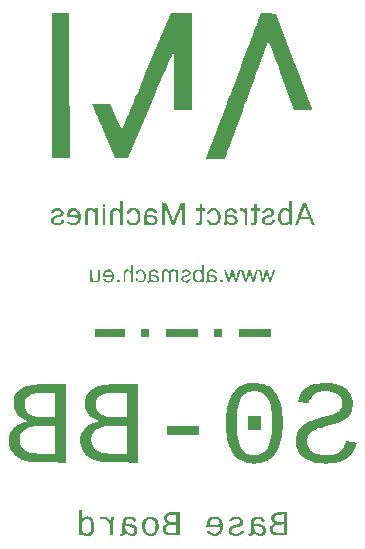
<source format=gbr>
%TF.GenerationSoftware,KiCad,Pcbnew,8.0.8*%
%TF.CreationDate,2025-05-06T17:48:01+03:00*%
%TF.ProjectId,s0-base-board,73302d62-6173-4652-9d62-6f6172642e6b,rev?*%
%TF.SameCoordinates,Original*%
%TF.FileFunction,Legend,Bot*%
%TF.FilePolarity,Positive*%
%FSLAX46Y46*%
G04 Gerber Fmt 4.6, Leading zero omitted, Abs format (unit mm)*
G04 Created by KiCad (PCBNEW 8.0.8) date 2025-05-06 17:48:01*
%MOMM*%
%LPD*%
G01*
G04 APERTURE LIST*
G04 Aperture macros list*
%AMRoundRect*
0 Rectangle with rounded corners*
0 $1 Rounding radius*
0 $2 $3 $4 $5 $6 $7 $8 $9 X,Y pos of 4 corners*
0 Add a 4 corners polygon primitive as box body*
4,1,4,$2,$3,$4,$5,$6,$7,$8,$9,$2,$3,0*
0 Add four circle primitives for the rounded corners*
1,1,$1+$1,$2,$3*
1,1,$1+$1,$4,$5*
1,1,$1+$1,$6,$7*
1,1,$1+$1,$8,$9*
0 Add four rect primitives between the rounded corners*
20,1,$1+$1,$2,$3,$4,$5,0*
20,1,$1+$1,$4,$5,$6,$7,0*
20,1,$1+$1,$6,$7,$8,$9,0*
20,1,$1+$1,$8,$9,$2,$3,0*%
G04 Aperture macros list end*
%ADD10C,0.000000*%
%ADD11R,1.700000X1.700000*%
%ADD12O,1.700000X1.700000*%
%ADD13RoundRect,0.250000X-0.600000X-0.750000X0.600000X-0.750000X0.600000X0.750000X-0.600000X0.750000X0*%
%ADD14O,1.700000X2.000000*%
%ADD15C,3.250000*%
%ADD16R,1.900000X1.900000*%
%ADD17C,1.900000*%
%ADD18C,2.100000*%
%ADD19C,2.600000*%
%ADD20RoundRect,0.250001X-1.149999X-1.149999X1.149999X-1.149999X1.149999X1.149999X-1.149999X1.149999X0*%
%ADD21C,2.800000*%
G04 APERTURE END LIST*
D10*
%TO.C,G\u002A\u002A\u002A*%
G36*
X180950152Y-95998684D02*
G01*
X180950152Y-96337350D01*
X179668057Y-96337350D01*
X178385962Y-96337350D01*
X178385962Y-95998684D01*
X178385962Y-95660017D01*
X179668057Y-95660017D01*
X180950152Y-95660017D01*
X180950152Y-95998684D01*
G37*
G36*
X179281009Y-85185541D02*
G01*
X179281009Y-85306493D01*
X179172152Y-85306493D01*
X179063295Y-85306493D01*
X179063295Y-85185541D01*
X179063295Y-85064588D01*
X179172152Y-85064588D01*
X179281009Y-85064588D01*
X179281009Y-85185541D01*
G37*
G36*
X179281009Y-86165255D02*
G01*
X179281009Y-86878874D01*
X179172152Y-86878874D01*
X179063295Y-86878874D01*
X179063295Y-86165255D01*
X179063295Y-85451636D01*
X179172152Y-85451636D01*
X179281009Y-85451636D01*
X179281009Y-86165255D01*
G37*
G36*
X180490533Y-91596017D02*
G01*
X180490533Y-91692779D01*
X180393771Y-91692779D01*
X180297009Y-91692779D01*
X180297009Y-91596017D01*
X180297009Y-91499255D01*
X180393771Y-91499255D01*
X180490533Y-91499255D01*
X180490533Y-91596017D01*
G37*
G36*
X183006343Y-95998684D02*
G01*
X183006343Y-96337350D01*
X182667676Y-96337350D01*
X182329009Y-96337350D01*
X182329009Y-95998684D01*
X182329009Y-95660017D01*
X182667676Y-95660017D01*
X183006343Y-95660017D01*
X183006343Y-95998684D01*
G37*
G36*
X187118724Y-95998885D02*
G01*
X187118724Y-96337753D01*
X185758009Y-96331504D01*
X184397295Y-96325255D01*
X184390565Y-95992636D01*
X184383835Y-95660017D01*
X185751279Y-95660017D01*
X187118724Y-95660017D01*
X187118724Y-95998885D01*
G37*
G36*
X187215486Y-104296017D02*
G01*
X187215486Y-104683064D01*
X185848724Y-104683064D01*
X184481962Y-104683064D01*
X184481962Y-104296017D01*
X184481962Y-103908969D01*
X185848724Y-103908969D01*
X187215486Y-103908969D01*
X187215486Y-104296017D01*
G37*
G36*
X189174914Y-95998684D02*
G01*
X189174914Y-96337350D01*
X188848343Y-96337350D01*
X188521771Y-96337350D01*
X188521771Y-95998684D01*
X188521771Y-95660017D01*
X188848343Y-95660017D01*
X189174914Y-95660017D01*
X189174914Y-95998684D01*
G37*
G36*
X189223295Y-91596017D02*
G01*
X189223295Y-91692779D01*
X189126533Y-91692779D01*
X189029771Y-91692779D01*
X189029771Y-91596017D01*
X189029771Y-91499255D01*
X189126533Y-91499255D01*
X189223295Y-91499255D01*
X189223295Y-91596017D01*
G37*
G36*
X193287295Y-95998684D02*
G01*
X193287295Y-96337350D01*
X191932629Y-96337350D01*
X190577962Y-96337350D01*
X190577962Y-95998684D01*
X190577962Y-95660017D01*
X191932629Y-95660017D01*
X193287295Y-95660017D01*
X193287295Y-95998684D01*
G37*
G36*
X192464819Y-103642874D02*
G01*
X192464819Y-104247636D01*
X191896343Y-104247636D01*
X191327867Y-104247636D01*
X191327867Y-103642874D01*
X191327867Y-103038112D01*
X191896343Y-103038112D01*
X192464819Y-103038112D01*
X192464819Y-103642874D01*
G37*
G36*
X190780204Y-85443686D02*
G01*
X190828714Y-85447341D01*
X190911371Y-85470478D01*
X190991871Y-85523445D01*
X191085962Y-85599059D01*
X191085962Y-85525347D01*
X191086587Y-85496974D01*
X191096192Y-85465856D01*
X191127891Y-85453708D01*
X191194819Y-85451636D01*
X191303676Y-85451636D01*
X191303676Y-86165255D01*
X191303676Y-86878874D01*
X191194819Y-86878874D01*
X191085962Y-86878874D01*
X191085962Y-86360635D01*
X191085962Y-85842396D01*
X191023931Y-85768676D01*
X190940762Y-85701184D01*
X190831541Y-85661905D01*
X190718819Y-85661741D01*
X190647612Y-85675982D01*
X190655120Y-85557761D01*
X190662629Y-85439541D01*
X190780204Y-85443686D01*
G37*
G36*
X176185144Y-70060445D02*
G01*
X176185185Y-70103057D01*
X176185903Y-70322487D01*
X176187444Y-70582398D01*
X176189738Y-70876336D01*
X176192714Y-71197842D01*
X176196301Y-71540463D01*
X176200429Y-71897740D01*
X176205029Y-72263219D01*
X176210029Y-72630443D01*
X176215359Y-72992956D01*
X176220949Y-73344303D01*
X176223801Y-73525652D01*
X176228644Y-73876871D01*
X176233262Y-74265816D01*
X176237607Y-74685710D01*
X176241630Y-75129774D01*
X176245284Y-75591231D01*
X176248519Y-76063303D01*
X176251287Y-76539214D01*
X176253539Y-77012185D01*
X176255228Y-77475438D01*
X176256304Y-77922197D01*
X176256719Y-78345684D01*
X176257200Y-81218303D01*
X175495200Y-81218303D01*
X174733200Y-81218303D01*
X174733200Y-75061826D01*
X174733200Y-68905350D01*
X175458914Y-68905350D01*
X176184629Y-68905350D01*
X176185144Y-70060445D01*
G37*
G36*
X181651676Y-90967064D02*
G01*
X181651676Y-91692779D01*
X181567009Y-91692779D01*
X181482343Y-91692779D01*
X181482252Y-91335969D01*
X181481887Y-91228310D01*
X181479778Y-91115225D01*
X181474886Y-91034841D01*
X181466193Y-90978077D01*
X181452684Y-90935852D01*
X181433342Y-90899085D01*
X181368148Y-90824385D01*
X181280444Y-90775519D01*
X181185805Y-90760537D01*
X181096055Y-90781167D01*
X181023019Y-90839136D01*
X181017214Y-90846765D01*
X181000546Y-90874677D01*
X180988829Y-90910693D01*
X180981207Y-90962870D01*
X180976823Y-91039260D01*
X180974820Y-91147918D01*
X180974343Y-91296898D01*
X180974343Y-91692779D01*
X180901771Y-91692779D01*
X180829200Y-91692779D01*
X180829200Y-91245637D01*
X180829200Y-90798494D01*
X180895724Y-90724048D01*
X180971858Y-90666203D01*
X181079021Y-90632215D01*
X181196508Y-90630433D01*
X181310715Y-90660871D01*
X181408039Y-90723541D01*
X181482343Y-90792952D01*
X181482343Y-90517151D01*
X181482343Y-90241350D01*
X181567009Y-90241350D01*
X181651676Y-90241350D01*
X181651676Y-90967064D01*
G37*
G36*
X180780819Y-85874969D02*
G01*
X180780819Y-86878874D01*
X180671962Y-86878874D01*
X180563105Y-86878874D01*
X180563105Y-86355933D01*
X180563105Y-85832992D01*
X180471435Y-85741321D01*
X180419087Y-85696249D01*
X180304623Y-85638621D01*
X180183526Y-85626352D01*
X180062354Y-85660736D01*
X180061383Y-85661212D01*
X180016338Y-85687029D01*
X179981350Y-85718958D01*
X179955145Y-85763036D01*
X179936452Y-85825297D01*
X179923996Y-85911780D01*
X179916506Y-86028521D01*
X179912707Y-86181556D01*
X179911327Y-86376922D01*
X179909962Y-86878874D01*
X179801105Y-86878874D01*
X179692248Y-86878874D01*
X179692248Y-86343442D01*
X179692798Y-86213509D01*
X179695949Y-86029800D01*
X179701739Y-85882624D01*
X179709992Y-85775915D01*
X179720532Y-85713606D01*
X179763023Y-85621166D01*
X179846296Y-85530121D01*
X179954976Y-85468379D01*
X180080494Y-85437788D01*
X180214282Y-85440197D01*
X180347770Y-85477454D01*
X180472390Y-85551408D01*
X180563105Y-85623249D01*
X180563105Y-85247157D01*
X180563105Y-84871064D01*
X180671962Y-84871064D01*
X180780819Y-84871064D01*
X180780819Y-85874969D01*
G37*
G36*
X178192438Y-91023963D02*
G01*
X178192462Y-91066742D01*
X178193255Y-91198552D01*
X178195976Y-91293214D01*
X178201706Y-91359587D01*
X178211526Y-91406527D01*
X178226514Y-91442890D01*
X178247751Y-91477535D01*
X178276768Y-91514367D01*
X178363906Y-91579190D01*
X178464344Y-91604274D01*
X178566716Y-91585762D01*
X178573207Y-91582933D01*
X178634705Y-91545206D01*
X178674300Y-91502893D01*
X178677659Y-91494083D01*
X178687047Y-91436728D01*
X178694230Y-91339734D01*
X178698822Y-91209725D01*
X178700438Y-91053321D01*
X178700438Y-90652588D01*
X178773009Y-90652588D01*
X178845581Y-90652588D01*
X178845581Y-91106825D01*
X178845339Y-91220098D01*
X178843164Y-91368214D01*
X178837272Y-91478872D01*
X178825926Y-91558820D01*
X178807390Y-91614801D01*
X178779929Y-91653562D01*
X178741806Y-91681846D01*
X178691287Y-91706400D01*
X178614911Y-91731194D01*
X178479011Y-91738698D01*
X178348436Y-91703034D01*
X178234771Y-91626238D01*
X178168248Y-91562775D01*
X178168248Y-91627777D01*
X178166289Y-91658699D01*
X178147317Y-91686503D01*
X178095676Y-91692779D01*
X178023105Y-91692779D01*
X178023105Y-91172684D01*
X178023105Y-90652588D01*
X178107771Y-90652588D01*
X178192438Y-90652588D01*
X178192438Y-91023963D01*
G37*
G36*
X178066215Y-85435662D02*
G01*
X178203155Y-85473850D01*
X178323293Y-85549717D01*
X178346524Y-85569592D01*
X178393740Y-85606380D01*
X178419393Y-85620969D01*
X178421342Y-85620248D01*
X178430584Y-85592293D01*
X178434343Y-85536303D01*
X178435014Y-85498626D01*
X178444640Y-85465693D01*
X178476313Y-85453443D01*
X178543200Y-85451636D01*
X178652057Y-85451636D01*
X178652057Y-86165255D01*
X178652057Y-86878874D01*
X178531105Y-86878874D01*
X178410152Y-86878874D01*
X178410152Y-86350216D01*
X178410015Y-86178583D01*
X178409170Y-86046990D01*
X178406971Y-85950465D01*
X178402769Y-85882324D01*
X178395919Y-85835881D01*
X178385772Y-85804451D01*
X178371681Y-85781349D01*
X178353000Y-85759889D01*
X178266549Y-85686806D01*
X178155529Y-85636175D01*
X178042532Y-85623566D01*
X177937033Y-85649809D01*
X177848509Y-85715734D01*
X177781200Y-85791066D01*
X177781200Y-86334970D01*
X177781200Y-86878874D01*
X177660248Y-86878874D01*
X177539295Y-86878874D01*
X177539295Y-86361557D01*
X177539544Y-86268287D01*
X177542566Y-86074317D01*
X177549890Y-85920150D01*
X177562610Y-85799774D01*
X177581816Y-85707177D01*
X177608602Y-85636347D01*
X177644060Y-85581272D01*
X177689282Y-85535939D01*
X177789574Y-85473359D01*
X177924385Y-85435412D01*
X178066215Y-85435662D01*
G37*
G36*
X179181908Y-111558615D02*
G01*
X179281313Y-111565439D01*
X179352150Y-111576965D01*
X179355535Y-111577899D01*
X179464679Y-111631862D01*
X179565414Y-111725984D01*
X179649135Y-111852288D01*
X179700916Y-111952303D01*
X179735087Y-111764826D01*
X179769257Y-111577350D01*
X179887990Y-111577350D01*
X179929470Y-111577733D01*
X179984893Y-111579920D01*
X180006523Y-111583398D01*
X180004200Y-111602342D01*
X179996611Y-111660579D01*
X179985012Y-111748288D01*
X179970709Y-111855541D01*
X179967532Y-111880745D01*
X179954038Y-112027399D01*
X179943723Y-112209306D01*
X179937085Y-112415668D01*
X179934625Y-112635684D01*
X179934152Y-113149731D01*
X179815050Y-113149731D01*
X179695947Y-113149731D01*
X179688050Y-112684064D01*
X179686480Y-112593415D01*
X179683511Y-112454303D01*
X179679614Y-112350761D01*
X179673686Y-112274406D01*
X179664623Y-112216859D01*
X179651320Y-112169739D01*
X179632674Y-112124664D01*
X179607581Y-112073255D01*
X179602530Y-112063294D01*
X179524323Y-111941967D01*
X179429961Y-111855541D01*
X179421294Y-111849577D01*
X179372039Y-111818310D01*
X179326781Y-111798898D01*
X179272429Y-111788678D01*
X179195892Y-111784986D01*
X179084079Y-111785158D01*
X178843245Y-111787347D01*
X178850461Y-111676301D01*
X178857676Y-111565255D01*
X179057087Y-111558232D01*
X179073625Y-111557745D01*
X179181908Y-111558615D01*
G37*
G36*
X187481581Y-85282303D02*
G01*
X187481581Y-85451636D01*
X187614629Y-85451636D01*
X187747676Y-85451636D01*
X187747676Y-85548398D01*
X187747676Y-85645160D01*
X187614629Y-85645160D01*
X187481581Y-85645160D01*
X187481581Y-86161678D01*
X187481499Y-86283151D01*
X187480776Y-86425592D01*
X187478755Y-86531507D01*
X187474786Y-86607949D01*
X187468219Y-86661971D01*
X187458403Y-86700624D01*
X187444689Y-86730963D01*
X187426426Y-86760039D01*
X187418038Y-86771902D01*
X187364475Y-86831948D01*
X187311522Y-86872117D01*
X187288922Y-86881443D01*
X187204527Y-86898872D01*
X187111252Y-86901715D01*
X187036036Y-86888381D01*
X187009361Y-86860065D01*
X186997771Y-86791619D01*
X186997778Y-86786828D01*
X187002391Y-86734316D01*
X187025673Y-86713341D01*
X187082438Y-86709541D01*
X187145719Y-86700429D01*
X187215486Y-86661160D01*
X187218863Y-86657713D01*
X187234562Y-86637727D01*
X187246127Y-86610710D01*
X187254184Y-86569772D01*
X187259360Y-86508020D01*
X187262281Y-86418564D01*
X187263575Y-86294510D01*
X187263867Y-86128969D01*
X187263867Y-85645160D01*
X187130819Y-85645160D01*
X186997771Y-85645160D01*
X186997771Y-85548398D01*
X186997771Y-85451636D01*
X187130819Y-85451636D01*
X187263867Y-85451636D01*
X187263867Y-85282303D01*
X187263867Y-85112969D01*
X187372724Y-85112969D01*
X187481581Y-85112969D01*
X187481581Y-85282303D01*
G37*
G36*
X192101962Y-85282303D02*
G01*
X192101962Y-85451636D01*
X192235009Y-85451636D01*
X192368057Y-85451636D01*
X192368057Y-85548398D01*
X192368057Y-85645160D01*
X192235009Y-85645160D01*
X192101962Y-85645160D01*
X192101962Y-86161678D01*
X192101880Y-86283151D01*
X192101157Y-86425592D01*
X192099136Y-86531507D01*
X192095167Y-86607949D01*
X192088600Y-86661971D01*
X192078784Y-86700624D01*
X192065070Y-86730963D01*
X192046807Y-86760039D01*
X192038419Y-86771902D01*
X191984856Y-86831948D01*
X191931902Y-86872117D01*
X191851466Y-86895589D01*
X191748170Y-86901562D01*
X191648390Y-86887818D01*
X191630426Y-86881597D01*
X191601605Y-86852054D01*
X191593962Y-86791386D01*
X191594168Y-86768543D01*
X191601219Y-86727905D01*
X191628759Y-86712167D01*
X191690724Y-86709541D01*
X191761226Y-86701589D01*
X191835867Y-86661160D01*
X191839244Y-86657713D01*
X191854943Y-86637727D01*
X191866508Y-86610710D01*
X191874565Y-86569772D01*
X191879741Y-86508020D01*
X191882662Y-86418564D01*
X191883956Y-86294510D01*
X191884248Y-86128969D01*
X191884248Y-85645160D01*
X191751200Y-85645160D01*
X191618152Y-85645160D01*
X191618152Y-85548398D01*
X191618152Y-85451636D01*
X191751200Y-85451636D01*
X191884248Y-85451636D01*
X191884248Y-85282303D01*
X191884248Y-85112969D01*
X191993105Y-85112969D01*
X192101962Y-85112969D01*
X192101962Y-85282303D01*
G37*
G36*
X182367311Y-90642064D02*
G01*
X182492685Y-90684164D01*
X182591371Y-90764160D01*
X182669516Y-90886198D01*
X182678869Y-90907014D01*
X182715915Y-91041555D01*
X182727827Y-91194529D01*
X182714411Y-91346414D01*
X182675468Y-91477688D01*
X182653684Y-91519034D01*
X182583589Y-91610654D01*
X182498730Y-91683473D01*
X182413676Y-91723794D01*
X182399240Y-91727110D01*
X182250223Y-91738832D01*
X182114352Y-91710197D01*
X181998700Y-91645054D01*
X181910343Y-91547251D01*
X181856354Y-91420636D01*
X181855126Y-91415608D01*
X181849558Y-91373805D01*
X181868804Y-91357126D01*
X181924622Y-91354112D01*
X181966607Y-91356267D01*
X182005722Y-91373395D01*
X182024990Y-91416672D01*
X182026956Y-91424052D01*
X182075626Y-91515460D01*
X182156719Y-91574845D01*
X182262051Y-91596017D01*
X182278973Y-91595720D01*
X182383564Y-91574819D01*
X182462835Y-91517165D01*
X182524620Y-91417431D01*
X182551178Y-91341931D01*
X182569728Y-91204898D01*
X182557725Y-91066344D01*
X182517041Y-90940593D01*
X182449542Y-90841971D01*
X182420062Y-90815161D01*
X182358141Y-90782248D01*
X182275777Y-90773541D01*
X182173621Y-90786808D01*
X182093279Y-90833611D01*
X182039123Y-90917720D01*
X182030125Y-90937616D01*
X181994702Y-90980052D01*
X181939027Y-90991255D01*
X181915178Y-90990376D01*
X181878476Y-90975826D01*
X181869390Y-90934356D01*
X181878474Y-90885027D01*
X181920396Y-90803352D01*
X181985919Y-90726181D01*
X182063396Y-90669423D01*
X182097818Y-90654018D01*
X182183083Y-90634896D01*
X182295867Y-90634099D01*
X182367311Y-90642064D01*
G37*
G36*
X187626724Y-91692779D02*
G01*
X187554152Y-91692779D01*
X187519629Y-91691024D01*
X187488587Y-91674032D01*
X187481581Y-91627777D01*
X187481581Y-91562775D01*
X187415057Y-91626390D01*
X187409832Y-91631289D01*
X187347106Y-91680576D01*
X187288057Y-91714049D01*
X187201742Y-91738449D01*
X187069323Y-91738532D01*
X186945217Y-91694835D01*
X186836001Y-91610123D01*
X186748251Y-91487160D01*
X186738611Y-91466874D01*
X186707982Y-91358051D01*
X186693861Y-91225108D01*
X186694536Y-91184779D01*
X186852629Y-91184779D01*
X186856373Y-91257180D01*
X186885966Y-91388902D01*
X186942040Y-91492253D01*
X187020998Y-91559233D01*
X187021245Y-91559360D01*
X187121506Y-91590889D01*
X187223976Y-91589884D01*
X187309483Y-91556526D01*
X187336695Y-91534148D01*
X187398980Y-91447529D01*
X187437874Y-91336611D01*
X187453653Y-91212649D01*
X187446594Y-91086895D01*
X187416975Y-90970604D01*
X187365071Y-90875032D01*
X187291159Y-90811431D01*
X187283192Y-90807423D01*
X187172250Y-90775046D01*
X187070383Y-90786394D01*
X186982539Y-90837255D01*
X186913665Y-90923415D01*
X186868713Y-91040660D01*
X186852629Y-91184779D01*
X186694536Y-91184779D01*
X186696200Y-91085310D01*
X186714948Y-90955919D01*
X186750058Y-90854197D01*
X186797100Y-90778242D01*
X186879436Y-90698060D01*
X186984103Y-90653971D01*
X187120607Y-90640493D01*
X187179292Y-90641385D01*
X187254308Y-90649346D01*
X187311061Y-90669902D01*
X187368559Y-90708248D01*
X187457390Y-90776003D01*
X187457390Y-90508676D01*
X187457390Y-90241350D01*
X187542057Y-90241350D01*
X187626724Y-90241350D01*
X187626724Y-90967064D01*
X187626724Y-91212649D01*
X187626724Y-91692779D01*
G37*
G36*
X184257632Y-84972769D02*
G01*
X184420350Y-84979922D01*
X184723299Y-85747274D01*
X184779685Y-85889484D01*
X184847579Y-86059008D01*
X184908549Y-86209345D01*
X184960458Y-86335320D01*
X185001169Y-86431757D01*
X185028545Y-86493483D01*
X185040450Y-86515321D01*
X185048953Y-86500971D01*
X185073786Y-86446600D01*
X185112478Y-86356532D01*
X185162889Y-86235900D01*
X185222879Y-86089833D01*
X185290308Y-85923463D01*
X185363035Y-85741922D01*
X185671418Y-84967826D01*
X185838690Y-84967826D01*
X186005962Y-84967826D01*
X186005962Y-85923350D01*
X186005962Y-86878874D01*
X185882960Y-86878874D01*
X185759957Y-86878874D01*
X185768055Y-86106769D01*
X185769087Y-85997346D01*
X185770237Y-85819384D01*
X185770593Y-85661710D01*
X185770181Y-85529943D01*
X185769026Y-85429699D01*
X185767154Y-85366596D01*
X185764589Y-85346252D01*
X185757930Y-85359772D01*
X185734719Y-85413413D01*
X185697232Y-85502819D01*
X185647652Y-85622702D01*
X185588165Y-85767771D01*
X185520954Y-85932737D01*
X185448206Y-86112310D01*
X185143385Y-86866779D01*
X185048531Y-86873411D01*
X184953676Y-86880043D01*
X184642121Y-86105363D01*
X184581476Y-85954929D01*
X184512810Y-85785521D01*
X184451565Y-85635433D01*
X184399852Y-85509786D01*
X184359780Y-85413698D01*
X184333457Y-85352290D01*
X184322994Y-85330684D01*
X184322069Y-85338455D01*
X184321224Y-85386840D01*
X184321311Y-85474590D01*
X184322279Y-85595982D01*
X184324076Y-85745293D01*
X184326650Y-85916800D01*
X184329951Y-86104779D01*
X184344481Y-86878874D01*
X184219698Y-86878874D01*
X184094914Y-86878874D01*
X184094914Y-85922245D01*
X184094914Y-84965616D01*
X184257632Y-84972769D01*
G37*
G36*
X188637548Y-85470999D02*
G01*
X188777543Y-85543902D01*
X188895461Y-85653253D01*
X188983959Y-85796552D01*
X188988237Y-85806476D01*
X189024636Y-85935028D01*
X189042478Y-86089193D01*
X189041752Y-86251507D01*
X189022442Y-86404501D01*
X188984535Y-86530710D01*
X188958751Y-86582560D01*
X188869860Y-86707659D01*
X188759898Y-86806475D01*
X188640137Y-86867970D01*
X188491945Y-86896821D01*
X188331642Y-86888937D01*
X188180804Y-86843509D01*
X188049362Y-86763626D01*
X187947248Y-86652378D01*
X187911268Y-86595990D01*
X187874501Y-86521780D01*
X187871894Y-86474984D01*
X187904016Y-86450686D01*
X187971438Y-86443969D01*
X187980281Y-86444043D01*
X188044445Y-86449833D01*
X188081503Y-86472354D01*
X188110533Y-86522359D01*
X188121537Y-86543801D01*
X188198523Y-86633675D01*
X188306824Y-86690024D01*
X188440612Y-86709541D01*
X188468629Y-86709269D01*
X188542800Y-86701643D01*
X188599578Y-86676797D01*
X188662751Y-86625758D01*
X188694371Y-86594840D01*
X188750722Y-86518166D01*
X188786958Y-86425269D01*
X188806323Y-86305805D01*
X188812057Y-86149431D01*
X188809221Y-86067012D01*
X188781808Y-85903522D01*
X188726261Y-85776241D01*
X188643796Y-85686722D01*
X188535628Y-85636517D01*
X188402973Y-85627175D01*
X188363320Y-85630972D01*
X188294411Y-85645740D01*
X188240365Y-85677564D01*
X188179211Y-85737250D01*
X188142790Y-85780270D01*
X188102150Y-85841743D01*
X188086343Y-85886128D01*
X188086185Y-85892964D01*
X188076631Y-85920171D01*
X188043438Y-85932528D01*
X187974321Y-85935445D01*
X187862298Y-85935445D01*
X187876957Y-85845114D01*
X187886633Y-85803481D01*
X187941387Y-85687797D01*
X188028016Y-85584096D01*
X188134945Y-85507520D01*
X188158560Y-85495989D01*
X188320712Y-85444542D01*
X188482823Y-85437046D01*
X188637548Y-85470999D01*
G37*
G36*
X181781863Y-85451042D02*
G01*
X181837860Y-85464992D01*
X181982004Y-85529669D01*
X182096692Y-85631555D01*
X182185519Y-85773522D01*
X182199242Y-85803091D01*
X182229251Y-85877803D01*
X182246560Y-85948212D01*
X182254504Y-86031854D01*
X182256419Y-86146267D01*
X182255449Y-86207592D01*
X182234830Y-86406567D01*
X182185967Y-86568935D01*
X182106972Y-86698068D01*
X181995956Y-86797341D01*
X181851028Y-86870127D01*
X181840229Y-86873877D01*
X181734032Y-86892916D01*
X181608219Y-86893277D01*
X181484475Y-86876222D01*
X181384488Y-86843010D01*
X181262870Y-86765350D01*
X181158082Y-86651466D01*
X181094328Y-86512645D01*
X181086580Y-86483712D01*
X181087542Y-86455551D01*
X181115247Y-86445024D01*
X181180516Y-86443445D01*
X181196547Y-86443536D01*
X181258736Y-86449517D01*
X181295181Y-86472262D01*
X181324770Y-86522064D01*
X181330173Y-86532795D01*
X181399143Y-86623616D01*
X181495881Y-86679625D01*
X181626387Y-86704448D01*
X181630203Y-86704710D01*
X181718296Y-86705881D01*
X181781926Y-86691659D01*
X181843096Y-86657253D01*
X181890971Y-86620210D01*
X181955310Y-86545361D01*
X181997149Y-86450530D01*
X182019813Y-86326801D01*
X182026629Y-86165255D01*
X182026158Y-86089066D01*
X182022324Y-85995039D01*
X182012612Y-85927131D01*
X181994640Y-85871547D01*
X181966023Y-85814493D01*
X181954360Y-85794745D01*
X181869922Y-85697975D01*
X181768171Y-85639862D01*
X181657783Y-85619376D01*
X181547440Y-85635489D01*
X181445819Y-85687168D01*
X181361600Y-85773386D01*
X181303462Y-85893112D01*
X181294001Y-85910897D01*
X181256582Y-85929985D01*
X181183269Y-85935445D01*
X181076200Y-85935445D01*
X181094005Y-85856826D01*
X181125419Y-85758372D01*
X181204629Y-85626706D01*
X181315328Y-85526926D01*
X181452066Y-85462245D01*
X181609394Y-85435879D01*
X181781863Y-85451042D01*
G37*
G36*
X184467847Y-90636327D02*
G01*
X184558641Y-90668003D01*
X184643883Y-90731118D01*
X184696948Y-90779411D01*
X184754164Y-90712893D01*
X184789167Y-90678904D01*
X184848588Y-90649323D01*
X184936677Y-90634336D01*
X185053559Y-90634859D01*
X185169629Y-90670156D01*
X185256877Y-90743792D01*
X185304438Y-90804256D01*
X185304438Y-90728422D01*
X185307092Y-90685163D01*
X185326369Y-90658190D01*
X185377009Y-90652588D01*
X185449581Y-90652588D01*
X185449581Y-91172684D01*
X185449581Y-91692779D01*
X185379181Y-91692779D01*
X185308780Y-91692779D01*
X185300562Y-91319539D01*
X185296951Y-91180197D01*
X185292263Y-91073288D01*
X185285536Y-90998131D01*
X185275636Y-90946215D01*
X185261431Y-90909030D01*
X185241786Y-90878063D01*
X185236994Y-90871724D01*
X185155114Y-90794759D01*
X185065298Y-90760092D01*
X184975228Y-90768944D01*
X184892585Y-90822537D01*
X184883384Y-90832443D01*
X184868310Y-90855892D01*
X184857748Y-90889787D01*
X184850907Y-90941712D01*
X184846999Y-91019255D01*
X184845232Y-91130002D01*
X184844819Y-91281541D01*
X184844819Y-91692779D01*
X184760152Y-91692779D01*
X184675486Y-91692779D01*
X184675395Y-91323874D01*
X184675031Y-91215237D01*
X184672948Y-91098659D01*
X184668205Y-91015467D01*
X184659890Y-90956925D01*
X184647088Y-90914296D01*
X184628887Y-90878844D01*
X184565670Y-90809853D01*
X184483875Y-90770381D01*
X184397327Y-90763448D01*
X184318608Y-90790005D01*
X184260298Y-90851002D01*
X184248318Y-90889208D01*
X184235863Y-90979858D01*
X184226412Y-91117015D01*
X184220055Y-91299684D01*
X184210894Y-91692779D01*
X184139343Y-91692779D01*
X184067791Y-91692779D01*
X184075305Y-91231124D01*
X184082819Y-90769468D01*
X184161820Y-90698933D01*
X184215715Y-90657588D01*
X184277619Y-90634288D01*
X184362981Y-90628398D01*
X184467847Y-90636327D01*
G37*
G36*
X196782845Y-86290485D02*
G01*
X196839918Y-86439945D01*
X196885919Y-86560113D01*
X196917806Y-86643017D01*
X197008981Y-86878874D01*
X196883005Y-86878874D01*
X196757029Y-86878874D01*
X196670270Y-86630922D01*
X196583512Y-86382969D01*
X196174456Y-86376373D01*
X195765400Y-86369777D01*
X195673098Y-86624326D01*
X195580795Y-86878874D01*
X195460510Y-86878874D01*
X195432279Y-86878679D01*
X195374886Y-86874510D01*
X195352264Y-86861813D01*
X195354250Y-86836541D01*
X195356170Y-86831108D01*
X195372837Y-86786272D01*
X195404239Y-86702968D01*
X195448448Y-86586272D01*
X195503536Y-86441258D01*
X195567577Y-86273001D01*
X195612737Y-86154534D01*
X195851486Y-86154534D01*
X195852052Y-86155981D01*
X195881781Y-86164564D01*
X195951371Y-86171327D01*
X196053450Y-86175759D01*
X196180645Y-86177350D01*
X196300026Y-86177014D01*
X196394616Y-86175267D01*
X196454151Y-86171149D01*
X196485680Y-86163705D01*
X196496254Y-86151980D01*
X196492921Y-86135017D01*
X196482392Y-86107110D01*
X196457343Y-86039083D01*
X196421455Y-85940814D01*
X196377739Y-85820551D01*
X196329206Y-85686544D01*
X196284781Y-85566878D01*
X196240850Y-85455312D01*
X196204065Y-85369021D01*
X196177340Y-85314814D01*
X196163588Y-85299496D01*
X196162905Y-85300330D01*
X196147906Y-85331981D01*
X196120595Y-85399484D01*
X196084243Y-85493876D01*
X196042123Y-85606192D01*
X195997506Y-85727469D01*
X195953664Y-85848744D01*
X195913869Y-85961051D01*
X195881393Y-86055428D01*
X195859508Y-86122910D01*
X195851486Y-86154534D01*
X195612737Y-86154534D01*
X195638642Y-86086579D01*
X195714805Y-85887064D01*
X196061335Y-84979922D01*
X196170260Y-84972706D01*
X196279184Y-84965491D01*
X196552908Y-85686325D01*
X196575605Y-85746083D01*
X196647648Y-85935581D01*
X196717741Y-86119706D01*
X196730044Y-86151980D01*
X196782845Y-86290485D01*
G37*
G36*
X177213438Y-86029922D02*
G01*
X177219918Y-86247544D01*
X177219389Y-86257630D01*
X177204627Y-86402338D01*
X177174678Y-86515318D01*
X177123919Y-86611435D01*
X177046730Y-86705557D01*
X176927955Y-86804927D01*
X176765357Y-86881911D01*
X176706253Y-86893038D01*
X176603964Y-86895959D01*
X176490068Y-86887598D01*
X176384048Y-86869579D01*
X176305388Y-86843529D01*
X176256456Y-86814331D01*
X176190291Y-86765830D01*
X176128028Y-86712806D01*
X176081784Y-86665714D01*
X176063676Y-86635006D01*
X176063684Y-86634736D01*
X176082446Y-86610852D01*
X176126447Y-86577214D01*
X176168942Y-86552494D01*
X176201537Y-86552555D01*
X176241352Y-86583698D01*
X176253569Y-86594450D01*
X176372248Y-86667842D01*
X176505821Y-86705346D01*
X176641270Y-86704952D01*
X176765577Y-86664650D01*
X176830733Y-86615583D01*
X176904426Y-86526593D01*
X176960644Y-86422784D01*
X176987495Y-86322493D01*
X176995009Y-86237826D01*
X176517248Y-86231267D01*
X176039486Y-86224708D01*
X176039486Y-86083921D01*
X176041943Y-86044303D01*
X176269295Y-86044303D01*
X176626105Y-86050997D01*
X176982914Y-86057691D01*
X176982914Y-86001694D01*
X176980344Y-85979638D01*
X176960852Y-85913075D01*
X176928486Y-85837957D01*
X176853535Y-85730259D01*
X176759137Y-85658307D01*
X176655135Y-85623957D01*
X176549667Y-85625662D01*
X176450874Y-85661873D01*
X176366893Y-85731042D01*
X176305864Y-85831621D01*
X176275926Y-85962063D01*
X176269295Y-86044303D01*
X176041943Y-86044303D01*
X176047578Y-85953441D01*
X176089478Y-85782194D01*
X176165625Y-85642775D01*
X176274371Y-85537152D01*
X176414065Y-85467294D01*
X176583060Y-85435168D01*
X176613337Y-85433364D01*
X176699838Y-85434916D01*
X176773663Y-85453042D01*
X176861043Y-85493219D01*
X176974556Y-85566289D01*
X177090840Y-85689469D01*
X177170440Y-85843955D01*
X177206911Y-86001694D01*
X177213438Y-86029922D01*
G37*
G36*
X195101581Y-85861549D02*
G01*
X195101581Y-86878874D01*
X194992724Y-86878874D01*
X194951656Y-86878464D01*
X194905242Y-86872064D01*
X194887022Y-86850928D01*
X194883867Y-86806303D01*
X194883286Y-86781253D01*
X194873682Y-86741603D01*
X194847125Y-86743138D01*
X194797005Y-86784174D01*
X194789637Y-86790679D01*
X194725636Y-86832984D01*
X194650303Y-86867779D01*
X194574250Y-86889685D01*
X194419652Y-86901403D01*
X194276534Y-86868625D01*
X194149977Y-86793874D01*
X194045060Y-86679671D01*
X193966865Y-86528537D01*
X193943353Y-86446607D01*
X193921742Y-86300161D01*
X193918095Y-86201853D01*
X194139723Y-86201853D01*
X194157549Y-86347207D01*
X194196099Y-86479055D01*
X194254502Y-86586945D01*
X194331888Y-86660424D01*
X194366923Y-86678728D01*
X194483230Y-86707149D01*
X194605042Y-86697803D01*
X194717888Y-86653258D01*
X194807299Y-86576079D01*
X194827763Y-86546594D01*
X194842226Y-86512733D01*
X194851533Y-86465968D01*
X194856800Y-86397432D01*
X194859143Y-86298257D01*
X194859676Y-86159574D01*
X194859676Y-85809655D01*
X194779599Y-85729578D01*
X194769367Y-85719804D01*
X194671404Y-85657730D01*
X194558102Y-85628394D01*
X194442332Y-85631653D01*
X194336962Y-85667366D01*
X194254860Y-85735390D01*
X194219285Y-85789277D01*
X194169720Y-85912436D01*
X194143489Y-86053445D01*
X194139723Y-86201853D01*
X193918095Y-86201853D01*
X193915763Y-86139011D01*
X193925815Y-85981765D01*
X193952295Y-85847033D01*
X193982810Y-85765002D01*
X194047376Y-85647864D01*
X194125536Y-85550694D01*
X194207357Y-85487496D01*
X194256784Y-85465789D01*
X194393829Y-85435426D01*
X194537684Y-85438321D01*
X194673235Y-85473142D01*
X194785366Y-85538552D01*
X194858399Y-85600005D01*
X194865085Y-85229487D01*
X194871771Y-84858969D01*
X194986676Y-84851596D01*
X195101581Y-84844223D01*
X195101581Y-85809655D01*
X195101581Y-85861549D01*
G37*
G36*
X190593022Y-91172304D02*
G01*
X190444914Y-91694572D01*
X190349104Y-91687628D01*
X190253295Y-91680684D01*
X190156318Y-91287588D01*
X190131494Y-91188737D01*
X190100777Y-91071564D01*
X190074806Y-90978329D01*
X190055749Y-90916736D01*
X190045771Y-90894493D01*
X190039234Y-90907161D01*
X190022249Y-90959611D01*
X189997808Y-91045636D01*
X189968078Y-91157531D01*
X189935225Y-91287588D01*
X189838248Y-91680684D01*
X189742438Y-91687707D01*
X189646629Y-91694731D01*
X189504102Y-91203898D01*
X189490755Y-91157970D01*
X189448774Y-91014009D01*
X189411576Y-90887177D01*
X189381324Y-90784812D01*
X189360185Y-90714250D01*
X189350324Y-90682826D01*
X189349315Y-90679393D01*
X189365036Y-90659140D01*
X189425189Y-90652588D01*
X189444339Y-90652063D01*
X189469388Y-90651487D01*
X189488939Y-90656386D01*
X189505600Y-90672646D01*
X189521977Y-90706152D01*
X189540676Y-90762788D01*
X189564304Y-90848440D01*
X189595466Y-90968993D01*
X189636770Y-91130332D01*
X189646005Y-91165922D01*
X189676185Y-91277813D01*
X189702329Y-91368271D01*
X189721900Y-91428788D01*
X189732359Y-91450856D01*
X189732557Y-91450826D01*
X189743313Y-91427280D01*
X189762299Y-91366011D01*
X189786891Y-91276102D01*
X189814466Y-91166636D01*
X189826862Y-91115517D01*
X189864906Y-90959711D01*
X189894661Y-90843473D01*
X189918710Y-90761011D01*
X189939638Y-90706531D01*
X189960031Y-90674242D01*
X189982473Y-90658350D01*
X190009549Y-90653063D01*
X190043845Y-90652588D01*
X190136805Y-90652588D01*
X190240657Y-91069291D01*
X190272101Y-91192176D01*
X190302690Y-91304846D01*
X190327994Y-91390761D01*
X190346014Y-91443158D01*
X190354750Y-91455272D01*
X190359554Y-91439002D01*
X190375800Y-91380672D01*
X190400650Y-91289750D01*
X190431754Y-91174858D01*
X190466759Y-91044616D01*
X190568527Y-90664684D01*
X190654828Y-90657359D01*
X190741129Y-90650035D01*
X190593022Y-91172304D01*
G37*
G36*
X183795906Y-112515976D02*
G01*
X183760863Y-112717647D01*
X183693813Y-112883670D01*
X183594937Y-113013732D01*
X183464418Y-113107515D01*
X183302438Y-113164705D01*
X183184274Y-113182104D01*
X183007412Y-113178282D01*
X182841609Y-113140498D01*
X182696762Y-113071382D01*
X182582771Y-112973562D01*
X182518176Y-112886472D01*
X182468434Y-112785780D01*
X182436259Y-112667705D01*
X182418987Y-112522233D01*
X182414618Y-112363541D01*
X182679851Y-112363541D01*
X182679856Y-112368604D01*
X182685779Y-112544946D01*
X182704555Y-112681888D01*
X182738645Y-112787101D01*
X182790512Y-112868256D01*
X182862616Y-112933025D01*
X182944943Y-112974047D01*
X183065135Y-112999053D01*
X183189023Y-112996046D01*
X183296146Y-112963582D01*
X183388034Y-112898309D01*
X183460238Y-112801622D01*
X183507768Y-112672853D01*
X183532041Y-112508077D01*
X183534474Y-112303367D01*
X183532011Y-112242351D01*
X183524764Y-112136818D01*
X183512946Y-112060346D01*
X183494027Y-111999650D01*
X183465471Y-111941444D01*
X183444190Y-111906343D01*
X183355906Y-111809653D01*
X183243722Y-111753530D01*
X183103105Y-111735395D01*
X183030009Y-111739319D01*
X182908751Y-111772195D01*
X182814494Y-111841929D01*
X182740248Y-111952708D01*
X182733282Y-111966782D01*
X182709277Y-112021903D01*
X182693708Y-112077057D01*
X182684798Y-112144327D01*
X182680771Y-112235794D01*
X182679851Y-112363541D01*
X182414618Y-112363541D01*
X182413952Y-112339350D01*
X182415074Y-112217247D01*
X182419547Y-112120128D01*
X182429030Y-112047752D01*
X182445185Y-111987840D01*
X182469678Y-111928112D01*
X182510655Y-111848534D01*
X182604084Y-111723906D01*
X182720390Y-111636564D01*
X182865625Y-111582622D01*
X183045844Y-111558193D01*
X183192111Y-111558718D01*
X183367468Y-111589951D01*
X183512840Y-111657711D01*
X183630518Y-111763180D01*
X183722792Y-111907540D01*
X183739026Y-111942029D01*
X183765346Y-112010614D01*
X183782351Y-112083727D01*
X183792896Y-112175984D01*
X183799836Y-112301999D01*
X183799811Y-112303367D01*
X183795906Y-112515976D01*
G37*
G36*
X186117946Y-90628510D02*
G01*
X186253865Y-90647755D01*
X186365904Y-90696058D01*
X186449164Y-90767656D01*
X186498745Y-90856790D01*
X186509746Y-90957697D01*
X186477267Y-91064618D01*
X186453739Y-91102165D01*
X186410226Y-91144267D01*
X186345184Y-91180845D01*
X186249902Y-91216507D01*
X186115669Y-91255860D01*
X186089589Y-91263132D01*
X185999185Y-91290816D01*
X185928810Y-91316086D01*
X185891907Y-91334236D01*
X185873367Y-91356625D01*
X185860129Y-91418656D01*
X185878099Y-91487618D01*
X185924558Y-91545880D01*
X185968654Y-91572120D01*
X186058187Y-91595103D01*
X186154822Y-91593225D01*
X186245260Y-91569025D01*
X186316202Y-91525041D01*
X186354350Y-91463814D01*
X186364306Y-91434949D01*
X186393848Y-91408870D01*
X186453947Y-91402493D01*
X186499127Y-91404816D01*
X186530776Y-91420320D01*
X186531504Y-91458903D01*
X186505205Y-91530270D01*
X186487667Y-91566519D01*
X186410619Y-91660613D01*
X186304894Y-91716287D01*
X186185673Y-91739804D01*
X186046924Y-91737831D01*
X185920647Y-91706164D01*
X185815133Y-91648219D01*
X185738677Y-91567408D01*
X185699573Y-91467145D01*
X185695527Y-91435523D01*
X185701229Y-91341901D01*
X185739705Y-91265361D01*
X185814841Y-91202274D01*
X185930521Y-91149014D01*
X186090629Y-91101953D01*
X186092393Y-91101517D01*
X186182812Y-91075366D01*
X186258164Y-91046835D01*
X186302295Y-91022026D01*
X186318677Y-91004775D01*
X186343937Y-90943534D01*
X186330238Y-90881539D01*
X186283735Y-90827041D01*
X186210584Y-90788291D01*
X186116939Y-90773541D01*
X186077209Y-90775734D01*
X185990884Y-90798339D01*
X185931374Y-90840447D01*
X185909200Y-90895865D01*
X185906654Y-90915966D01*
X185883118Y-90937306D01*
X185824533Y-90942874D01*
X185787971Y-90941431D01*
X185749796Y-90928297D01*
X185739867Y-90895631D01*
X185744591Y-90849675D01*
X185785895Y-90760063D01*
X185864320Y-90690115D01*
X185973286Y-90644627D01*
X186106218Y-90628398D01*
X186117946Y-90628510D01*
G37*
G36*
X192957808Y-90657434D02*
G01*
X193056026Y-90664684D01*
X193155000Y-91075922D01*
X193174629Y-91156138D01*
X193210493Y-91293708D01*
X193238560Y-91387510D01*
X193258433Y-91436285D01*
X193269715Y-91438779D01*
X193276796Y-91415209D01*
X193296874Y-91343927D01*
X193326467Y-91236075D01*
X193363881Y-91097882D01*
X193407424Y-90935580D01*
X193455403Y-90755398D01*
X193463571Y-90725770D01*
X193483813Y-90676422D01*
X193514156Y-90656374D01*
X193569006Y-90652588D01*
X193579619Y-90652700D01*
X193633718Y-90660909D01*
X193643849Y-90682826D01*
X193642235Y-90687579D01*
X193628934Y-90731333D01*
X193605194Y-90812106D01*
X193573154Y-90922536D01*
X193534953Y-91055261D01*
X193492729Y-91202922D01*
X193353087Y-91692779D01*
X193260647Y-91692779D01*
X193242113Y-91693148D01*
X193214201Y-91693466D01*
X193192537Y-91688306D01*
X193174497Y-91671759D01*
X193157455Y-91637918D01*
X193138785Y-91580873D01*
X193115862Y-91494718D01*
X193086060Y-91373543D01*
X193046755Y-91211440D01*
X193042943Y-91195833D01*
X193014919Y-91083846D01*
X192990580Y-90991165D01*
X192972422Y-90927046D01*
X192962942Y-90900743D01*
X192958247Y-90900103D01*
X192950144Y-90912763D01*
X192938263Y-90945557D01*
X192921038Y-91003852D01*
X192896906Y-91093014D01*
X192864302Y-91218412D01*
X192821661Y-91385412D01*
X192743009Y-91694903D01*
X192648691Y-91687793D01*
X192554372Y-91680684D01*
X192498537Y-91487160D01*
X192498080Y-91485577D01*
X192468850Y-91384975D01*
X192430792Y-91254951D01*
X192388782Y-91112124D01*
X192347698Y-90973112D01*
X192252694Y-90652588D01*
X192341404Y-90652588D01*
X192430114Y-90652588D01*
X192523249Y-91033588D01*
X192544086Y-91118000D01*
X192574923Y-91239808D01*
X192601360Y-91340533D01*
X192621108Y-91411517D01*
X192631875Y-91444107D01*
X192641013Y-91434767D01*
X192660182Y-91385781D01*
X192686760Y-91302768D01*
X192718581Y-91192538D01*
X192753477Y-91061904D01*
X192859590Y-90650184D01*
X192957808Y-90657434D01*
G37*
G36*
X180010567Y-91054108D02*
G01*
X180024086Y-91185935D01*
X180008854Y-91347052D01*
X179958861Y-91488939D01*
X179876845Y-91604523D01*
X179765546Y-91686731D01*
X179662366Y-91724887D01*
X179547105Y-91741160D01*
X179485931Y-91736915D01*
X179356429Y-91699831D01*
X179245640Y-91630358D01*
X179166602Y-91535541D01*
X179158179Y-91520427D01*
X179124486Y-91454701D01*
X179118017Y-91419417D01*
X179140763Y-91405154D01*
X179194713Y-91402493D01*
X179208481Y-91402726D01*
X179266156Y-91414969D01*
X179292904Y-91450243D01*
X179303797Y-91475942D01*
X179361351Y-91539658D01*
X179445884Y-91581134D01*
X179544079Y-91597515D01*
X179642623Y-91585947D01*
X179728202Y-91543574D01*
X179731920Y-91540581D01*
X179796128Y-91466430D01*
X179843261Y-91372678D01*
X179861581Y-91282318D01*
X179860802Y-91269358D01*
X179853507Y-91254610D01*
X179832669Y-91244528D01*
X179791320Y-91238227D01*
X179722493Y-91234822D01*
X179619220Y-91233428D01*
X179474533Y-91233160D01*
X179087486Y-91233160D01*
X179087486Y-91127912D01*
X179088482Y-91090601D01*
X179093826Y-91061435D01*
X179256819Y-91061435D01*
X179257942Y-91078053D01*
X179267093Y-91094127D01*
X179292382Y-91104162D01*
X179341869Y-91109576D01*
X179423613Y-91111786D01*
X179545677Y-91112207D01*
X179645902Y-91110929D01*
X179749250Y-91106017D01*
X179819800Y-91098012D01*
X179849778Y-91087544D01*
X179852052Y-91083142D01*
X179853064Y-91032429D01*
X179829567Y-90963623D01*
X179788590Y-90892492D01*
X179737158Y-90834808D01*
X179721316Y-90822631D01*
X179623711Y-90780714D01*
X179512512Y-90775666D01*
X179404023Y-90808761D01*
X179379179Y-90825085D01*
X179319352Y-90891732D01*
X179274490Y-90977511D01*
X179256819Y-91061435D01*
X179093826Y-91061435D01*
X179116727Y-90936458D01*
X179180816Y-90808822D01*
X179276644Y-90712143D01*
X179400108Y-90650873D01*
X179547105Y-90629460D01*
X179641727Y-90637741D01*
X179774910Y-90684784D01*
X179882458Y-90771399D01*
X179961851Y-90895277D01*
X180003918Y-91032429D01*
X180010567Y-91054108D01*
G37*
G36*
X189242905Y-112259058D02*
G01*
X189245047Y-112455104D01*
X189221834Y-112638009D01*
X189186766Y-112754976D01*
X189105001Y-112908089D01*
X188992699Y-113032797D01*
X188855803Y-113123007D01*
X188700259Y-113172628D01*
X188597812Y-113183588D01*
X188415515Y-113176319D01*
X188241251Y-113138126D01*
X188091583Y-113071754D01*
X188061415Y-113049838D01*
X188004898Y-112996138D01*
X187950296Y-112932807D01*
X187909104Y-112873677D01*
X187892819Y-112832582D01*
X187896483Y-112827487D01*
X187932270Y-112810197D01*
X187993855Y-112791304D01*
X188049988Y-112778877D01*
X188091979Y-112781029D01*
X188131293Y-112805744D01*
X188185835Y-112859369D01*
X188227228Y-112897774D01*
X188346679Y-112970772D01*
X188472899Y-113002537D01*
X188598903Y-112996202D01*
X188717707Y-112954898D01*
X188822328Y-112881757D01*
X188905782Y-112779912D01*
X188961086Y-112652494D01*
X188981256Y-112502636D01*
X188981390Y-112424017D01*
X188412914Y-112424017D01*
X187844438Y-112424017D01*
X187844438Y-112343793D01*
X187848265Y-112269782D01*
X187854368Y-112230493D01*
X188106281Y-112230493D01*
X188543836Y-112230493D01*
X188586581Y-112230488D01*
X188730717Y-112230169D01*
X188834666Y-112228789D01*
X188904994Y-112225574D01*
X188948265Y-112219749D01*
X188971045Y-112210540D01*
X188979898Y-112197172D01*
X188981390Y-112178871D01*
X188978264Y-112129998D01*
X188943286Y-112004480D01*
X188876149Y-111891353D01*
X188785185Y-111802436D01*
X188678727Y-111749547D01*
X188643277Y-111740288D01*
X188540035Y-111724811D01*
X188450097Y-111736410D01*
X188351516Y-111776922D01*
X188347623Y-111778913D01*
X188242217Y-111860217D01*
X188166519Y-111977705D01*
X188122934Y-112127684D01*
X188106281Y-112230493D01*
X187854368Y-112230493D01*
X187870574Y-112126173D01*
X187908026Y-111982965D01*
X187955107Y-111864061D01*
X187967243Y-111841252D01*
X188062454Y-111715687D01*
X188188124Y-111626417D01*
X188345444Y-111572807D01*
X188535605Y-111554221D01*
X188722677Y-111569796D01*
X188888264Y-111622219D01*
X189022608Y-111711562D01*
X189125672Y-111837799D01*
X189197414Y-112000904D01*
X189216284Y-112072723D01*
X189231449Y-112178871D01*
X189242905Y-112259058D01*
G37*
G36*
X178355882Y-112412181D02*
G01*
X178341929Y-112597832D01*
X178307069Y-112772379D01*
X178250732Y-112925386D01*
X178193676Y-113021721D01*
X178104841Y-113109434D01*
X177986819Y-113168563D01*
X177966737Y-113174904D01*
X177853082Y-113193086D01*
X177724418Y-113192357D01*
X177605158Y-113172467D01*
X177600992Y-113171268D01*
X177519290Y-113134567D01*
X177437274Y-113078115D01*
X177370170Y-113014101D01*
X177333203Y-112954717D01*
X177312558Y-112912762D01*
X177293042Y-112913117D01*
X177278748Y-112953240D01*
X177273200Y-113028779D01*
X177273200Y-113149731D01*
X177152248Y-113149731D01*
X177031295Y-113149731D01*
X177031295Y-112363541D01*
X177297390Y-112363541D01*
X177304755Y-112530624D01*
X177334371Y-112697332D01*
X177387817Y-112825768D01*
X177466320Y-112918690D01*
X177571108Y-112978859D01*
X177601947Y-112989170D01*
X177731715Y-113004258D01*
X177852921Y-112975303D01*
X177956948Y-112905651D01*
X178035177Y-112798650D01*
X178035615Y-112797774D01*
X178056165Y-112749408D01*
X178069997Y-112694730D01*
X178078348Y-112623231D01*
X178082456Y-112524401D01*
X178083558Y-112387731D01*
X178082949Y-112312075D01*
X178077573Y-112167115D01*
X178067119Y-112055498D01*
X178052168Y-111984664D01*
X178042077Y-111958708D01*
X177971389Y-111847177D01*
X177872747Y-111773040D01*
X177751704Y-111739282D01*
X177613811Y-111748891D01*
X177575227Y-111759189D01*
X177470768Y-111810861D01*
X177392419Y-111893899D01*
X177338516Y-112011536D01*
X177307394Y-112167006D01*
X177297390Y-112363541D01*
X177031295Y-112363541D01*
X177031295Y-112061160D01*
X177031295Y-110972588D01*
X177165446Y-110972588D01*
X177299596Y-110972588D01*
X177292446Y-111383857D01*
X177290814Y-111491923D01*
X177289661Y-111612792D01*
X177289525Y-111708845D01*
X177290407Y-111772230D01*
X177292312Y-111795095D01*
X177302408Y-111787402D01*
X177338053Y-111753226D01*
X177389074Y-111700979D01*
X177396512Y-111693368D01*
X177512271Y-111609669D01*
X177648189Y-111562435D01*
X177793870Y-111551280D01*
X177938922Y-111575821D01*
X178072950Y-111635672D01*
X178185560Y-111730450D01*
X178214014Y-111767296D01*
X178277995Y-111892985D01*
X178323346Y-112049321D01*
X178349498Y-112225865D01*
X178355044Y-112387731D01*
X178355882Y-112412181D01*
G37*
G36*
X192148783Y-90814492D02*
G01*
X192142573Y-90836145D01*
X192115253Y-90931822D01*
X192079880Y-91056142D01*
X192040344Y-91195420D01*
X192000536Y-91335969D01*
X191899605Y-91692779D01*
X191808192Y-91692779D01*
X191784372Y-91693498D01*
X191758917Y-91693842D01*
X191738982Y-91688150D01*
X191722003Y-91670604D01*
X191705420Y-91635387D01*
X191686669Y-91576680D01*
X191663187Y-91488667D01*
X191632414Y-91365528D01*
X191591785Y-91201447D01*
X191584487Y-91172520D01*
X191555259Y-91064421D01*
X191529179Y-90979510D01*
X191508856Y-90925765D01*
X191496897Y-90911162D01*
X191490500Y-90925401D01*
X191472989Y-90980782D01*
X191448172Y-91069404D01*
X191418362Y-91182899D01*
X191385870Y-91312899D01*
X191292609Y-91695020D01*
X191196281Y-91687852D01*
X191099953Y-91680684D01*
X190950601Y-91172684D01*
X190801248Y-90664684D01*
X190874110Y-90656874D01*
X190930256Y-90657124D01*
X190965025Y-90668969D01*
X190971395Y-90683017D01*
X190988940Y-90738221D01*
X191013782Y-90826691D01*
X191043598Y-90940039D01*
X191076063Y-91069874D01*
X191097924Y-91157684D01*
X191128432Y-91274196D01*
X191154606Y-91367125D01*
X191174204Y-91428630D01*
X191184986Y-91450874D01*
X191186508Y-91449887D01*
X191199889Y-91419184D01*
X191221288Y-91351907D01*
X191248089Y-91256759D01*
X191277678Y-91142445D01*
X191308829Y-91016669D01*
X191341813Y-90883793D01*
X191366880Y-90787523D01*
X191386637Y-90722035D01*
X191403690Y-90681510D01*
X191420646Y-90660124D01*
X191440111Y-90652056D01*
X191464692Y-90651485D01*
X191496995Y-90652588D01*
X191517845Y-90652211D01*
X191546305Y-90652336D01*
X191568558Y-90658463D01*
X191587192Y-90676435D01*
X191604795Y-90712092D01*
X191623956Y-90771276D01*
X191647261Y-90859828D01*
X191677298Y-90983590D01*
X191716657Y-91148404D01*
X191726814Y-91190357D01*
X191754806Y-91301408D01*
X191778700Y-91389697D01*
X191796229Y-91447098D01*
X191805126Y-91465488D01*
X191811089Y-91449900D01*
X191827905Y-91393985D01*
X191852879Y-91305108D01*
X191883805Y-91191164D01*
X191918473Y-91060051D01*
X192021750Y-90664684D01*
X192108924Y-90657254D01*
X192196099Y-90649824D01*
X192148783Y-90814492D01*
G37*
G36*
X193222605Y-85451438D02*
G01*
X193363945Y-85502098D01*
X193448372Y-85558315D01*
X193531046Y-85652348D01*
X193580024Y-85761192D01*
X193591224Y-85874855D01*
X193560564Y-85983344D01*
X193560029Y-85984377D01*
X193520522Y-86046927D01*
X193468939Y-86098880D01*
X193398150Y-86143938D01*
X193301023Y-86185804D01*
X193170428Y-86228179D01*
X192999235Y-86274766D01*
X192923881Y-86300721D01*
X192831861Y-86359873D01*
X192778226Y-86432473D01*
X192761993Y-86510301D01*
X192782174Y-86585141D01*
X192837786Y-86648773D01*
X192927843Y-86692979D01*
X193051360Y-86709541D01*
X193090264Y-86708411D01*
X193221403Y-86682996D01*
X193319359Y-86625082D01*
X193381739Y-86535927D01*
X193390594Y-86515315D01*
X193418565Y-86467301D01*
X193456339Y-86447608D01*
X193523152Y-86443691D01*
X193543999Y-86443763D01*
X193598409Y-86448496D01*
X193621293Y-86466297D01*
X193625962Y-86505123D01*
X193604045Y-86609314D01*
X193539528Y-86708924D01*
X193438299Y-86794301D01*
X193306269Y-86858904D01*
X193171623Y-86890802D01*
X193014070Y-86894784D01*
X192860809Y-86867748D01*
X192724421Y-86812048D01*
X192617484Y-86730038D01*
X192588664Y-86690687D01*
X192548593Y-86594151D01*
X192530293Y-86486174D01*
X192538996Y-86389465D01*
X192574800Y-86306844D01*
X192638986Y-86231941D01*
X192735174Y-86167814D01*
X192868822Y-86110885D01*
X193045390Y-86057576D01*
X193078694Y-86048340D01*
X193176771Y-86016024D01*
X193257298Y-85982287D01*
X193305438Y-85953092D01*
X193315003Y-85943572D01*
X193354172Y-85869932D01*
X193350306Y-85786354D01*
X193303489Y-85703267D01*
X193260048Y-85663224D01*
X193202840Y-85639564D01*
X193116013Y-85628000D01*
X193061075Y-85626970D01*
X192943039Y-85649767D01*
X192852366Y-85705728D01*
X192795629Y-85791500D01*
X192787028Y-85812737D01*
X192763912Y-85845944D01*
X192724596Y-85859980D01*
X192653039Y-85862874D01*
X192644733Y-85862847D01*
X192574174Y-85857124D01*
X192541417Y-85835391D01*
X192541803Y-85788949D01*
X192570671Y-85709097D01*
X192593983Y-85663464D01*
X192677896Y-85567210D01*
X192792134Y-85495422D01*
X192927279Y-85450558D01*
X193073909Y-85435078D01*
X193222605Y-85451438D01*
G37*
G36*
X175420348Y-85466064D02*
G01*
X175539577Y-85519684D01*
X175636848Y-85593760D01*
X175706890Y-85683669D01*
X175744435Y-85784791D01*
X175744212Y-85892505D01*
X175700950Y-86002190D01*
X175661855Y-86056713D01*
X175609649Y-86105524D01*
X175539440Y-86148090D01*
X175443815Y-86188054D01*
X175315361Y-86229064D01*
X175146663Y-86274766D01*
X175064763Y-86304919D01*
X174977134Y-86364807D01*
X174921894Y-86439564D01*
X174907025Y-86520987D01*
X174914166Y-86556318D01*
X174957948Y-86627357D01*
X175031255Y-86676875D01*
X175124291Y-86704863D01*
X175227260Y-86711311D01*
X175330365Y-86696212D01*
X175423810Y-86659557D01*
X175497799Y-86601338D01*
X175542536Y-86521545D01*
X175552306Y-86491446D01*
X175572880Y-86458983D01*
X175610827Y-86445881D01*
X175681631Y-86443445D01*
X175709020Y-86443705D01*
X175768476Y-86450397D01*
X175792788Y-86472866D01*
X175785927Y-86520000D01*
X175751860Y-86600684D01*
X175683673Y-86711185D01*
X175587010Y-86795687D01*
X175453698Y-86858809D01*
X175343705Y-86886942D01*
X175186067Y-86897254D01*
X175032423Y-86877241D01*
X174900374Y-86827887D01*
X174861637Y-86804708D01*
X174761376Y-86716478D01*
X174703451Y-86607680D01*
X174684819Y-86473308D01*
X174685650Y-86423635D01*
X174695020Y-86359154D01*
X174722237Y-86308481D01*
X174776367Y-86249444D01*
X174788652Y-86237504D01*
X174832561Y-86201146D01*
X174885736Y-86168780D01*
X174955723Y-86137311D01*
X175050067Y-86103641D01*
X175176316Y-86064673D01*
X175342015Y-86017311D01*
X175409921Y-85987460D01*
X175474295Y-85925533D01*
X175504294Y-85848661D01*
X175496377Y-85767752D01*
X175447005Y-85693715D01*
X175388985Y-85654044D01*
X175289908Y-85625700D01*
X175182796Y-85627792D01*
X175080630Y-85657802D01*
X174996390Y-85713211D01*
X174943058Y-85791500D01*
X174934456Y-85812737D01*
X174911340Y-85845944D01*
X174872024Y-85859980D01*
X174800468Y-85862874D01*
X174769725Y-85862538D01*
X174712439Y-85855497D01*
X174689479Y-85832467D01*
X174696985Y-85784545D01*
X174731098Y-85702828D01*
X174731586Y-85701758D01*
X174809990Y-85586785D01*
X174924466Y-85501677D01*
X175070747Y-85449616D01*
X175137096Y-85438670D01*
X175284431Y-85437518D01*
X175420348Y-85466064D01*
G37*
G36*
X194641962Y-112169950D02*
G01*
X194641962Y-112579333D01*
X194641962Y-113153297D01*
X194152105Y-113145467D01*
X194018699Y-113143260D01*
X193885227Y-113140344D01*
X193785805Y-113136376D01*
X193712396Y-113130335D01*
X193656963Y-113121203D01*
X193611469Y-113107960D01*
X193567879Y-113089587D01*
X193518156Y-113065064D01*
X193407003Y-112999456D01*
X193306622Y-112907297D01*
X193245706Y-112798430D01*
X193219444Y-112666432D01*
X193217691Y-112611679D01*
X193487526Y-112611679D01*
X193488285Y-112620891D01*
X193518146Y-112742078D01*
X193584833Y-112833155D01*
X193691709Y-112898849D01*
X193697023Y-112900977D01*
X193775279Y-112918254D01*
X193900323Y-112928584D01*
X194072709Y-112932017D01*
X194375867Y-112932017D01*
X194375867Y-112579333D01*
X194375867Y-112226648D01*
X194067438Y-112234618D01*
X193997164Y-112236743D01*
X193874136Y-112243137D01*
X193784626Y-112253065D01*
X193718454Y-112267904D01*
X193665439Y-112289033D01*
X193629916Y-112308525D01*
X193542134Y-112384962D01*
X193495499Y-112484512D01*
X193487526Y-112611679D01*
X193217691Y-112611679D01*
X193215700Y-112549524D01*
X193227437Y-112461242D01*
X193259221Y-112388203D01*
X193315426Y-112314368D01*
X193368632Y-112259959D01*
X193480743Y-112183588D01*
X193619128Y-112137487D01*
X193710629Y-112117482D01*
X193614197Y-112076071D01*
X193501688Y-112013755D01*
X193407782Y-111919416D01*
X193353283Y-111798769D01*
X193339499Y-111680696D01*
X193601771Y-111680696D01*
X193621182Y-111801792D01*
X193680364Y-111897878D01*
X193778757Y-111965767D01*
X193824970Y-111983621D01*
X193898965Y-112000433D01*
X193995708Y-112009411D01*
X194127914Y-112012247D01*
X194375867Y-112012779D01*
X194375867Y-111694679D01*
X194375867Y-111376578D01*
X194113488Y-111390420D01*
X193973740Y-111401295D01*
X193828257Y-111425425D01*
X193722659Y-111462968D01*
X193652605Y-111516386D01*
X193613757Y-111588141D01*
X193601771Y-111680696D01*
X193339499Y-111680696D01*
X193335676Y-111647945D01*
X193340701Y-111569954D01*
X193378533Y-111445868D01*
X193456034Y-111346966D01*
X193576298Y-111268370D01*
X193592099Y-111260662D01*
X193638507Y-111239655D01*
X193683407Y-111224206D01*
X193735114Y-111213291D01*
X193801943Y-111205886D01*
X193892206Y-111200969D01*
X194014219Y-111197515D01*
X194176295Y-111194501D01*
X194641962Y-111186603D01*
X194641962Y-111694679D01*
X194641962Y-112169950D01*
G37*
G36*
X190495657Y-111563231D02*
G01*
X190657586Y-111603490D01*
X190788166Y-111672440D01*
X190883497Y-111767877D01*
X190939681Y-111887598D01*
X190940751Y-111891631D01*
X190956138Y-112029317D01*
X190926652Y-112150023D01*
X190853139Y-112252555D01*
X190736448Y-112335718D01*
X190577426Y-112398316D01*
X190472317Y-112428739D01*
X190345968Y-112465470D01*
X190236985Y-112497305D01*
X190146222Y-112528805D01*
X190035878Y-112590247D01*
X189970531Y-112665291D01*
X189949009Y-112754987D01*
X189949204Y-112764294D01*
X189975051Y-112854180D01*
X190041515Y-112924307D01*
X190144523Y-112972689D01*
X190279999Y-112997338D01*
X190443870Y-112996269D01*
X190522657Y-112986880D01*
X190634014Y-112956277D01*
X190712618Y-112904253D01*
X190767131Y-112826253D01*
X190792572Y-112785234D01*
X190826848Y-112770466D01*
X190888084Y-112776934D01*
X190957846Y-112793182D01*
X190996175Y-112819265D01*
X190995823Y-112863380D01*
X190961546Y-112935810D01*
X190945534Y-112962372D01*
X190850889Y-113062613D01*
X190718558Y-113132561D01*
X190548507Y-113172234D01*
X190475271Y-113181719D01*
X190407625Y-113190413D01*
X190372343Y-113194862D01*
X190368542Y-113195247D01*
X190298721Y-113191568D01*
X190202743Y-113174755D01*
X190098118Y-113149066D01*
X190002358Y-113118755D01*
X189932972Y-113088078D01*
X189871364Y-113044997D01*
X189781299Y-112943048D01*
X189728988Y-112822427D01*
X189717670Y-112692469D01*
X189750585Y-112562510D01*
X189765829Y-112530230D01*
X189805798Y-112465787D01*
X189857975Y-112412547D01*
X189929424Y-112366466D01*
X190027212Y-112323498D01*
X190158402Y-112279598D01*
X190330060Y-112230721D01*
X190401837Y-112210760D01*
X190523654Y-112172604D01*
X190608424Y-112137053D01*
X190663313Y-112099846D01*
X190695481Y-112056720D01*
X190712093Y-112003414D01*
X190716220Y-111932038D01*
X190686267Y-111849040D01*
X190614367Y-111789387D01*
X190500937Y-111753377D01*
X190346391Y-111741308D01*
X190273704Y-111743679D01*
X190145294Y-111765712D01*
X190055124Y-111811953D01*
X189999970Y-111883729D01*
X189996295Y-111891294D01*
X189959543Y-111929410D01*
X189895100Y-111939837D01*
X189830300Y-111936052D01*
X189779963Y-111917066D01*
X189768776Y-111876875D01*
X189792181Y-111809713D01*
X189806048Y-111783544D01*
X189890466Y-111685960D01*
X190011953Y-111613608D01*
X190165877Y-111568628D01*
X190347606Y-111553160D01*
X190495657Y-111563231D01*
G37*
G36*
X183819943Y-91505051D02*
G01*
X183771807Y-91603835D01*
X183683324Y-91688146D01*
X183590608Y-91728289D01*
X183470658Y-91739430D01*
X183345329Y-91717349D01*
X183229348Y-91662866D01*
X183133502Y-91599438D01*
X183107031Y-91657536D01*
X183099710Y-91670985D01*
X183051951Y-91715191D01*
X182987690Y-91738595D01*
X182921475Y-91740261D01*
X182867853Y-91719254D01*
X182841375Y-91674636D01*
X182844870Y-91633630D01*
X182878870Y-91620207D01*
X182896138Y-91619537D01*
X182929050Y-91610467D01*
X182952423Y-91585614D01*
X182967855Y-91538464D01*
X182976947Y-91462502D01*
X182981299Y-91351214D01*
X182981701Y-91300349D01*
X183127295Y-91300349D01*
X183139516Y-91404718D01*
X183185179Y-91493783D01*
X183267859Y-91556956D01*
X183292775Y-91568880D01*
X183403905Y-91602930D01*
X183504023Y-91604829D01*
X183585210Y-91576923D01*
X183639547Y-91521557D01*
X183659115Y-91441077D01*
X183658376Y-91417609D01*
X183646463Y-91358360D01*
X183614532Y-91313753D01*
X183555535Y-91279101D01*
X183462426Y-91249715D01*
X183328158Y-91220908D01*
X183303341Y-91216170D01*
X183218781Y-91200189D01*
X183158192Y-91188999D01*
X183133343Y-91184783D01*
X183131325Y-91191439D01*
X183128432Y-91233110D01*
X183127295Y-91300349D01*
X182981701Y-91300349D01*
X182982509Y-91198084D01*
X182983378Y-91090358D01*
X182988599Y-90937101D01*
X182998508Y-90831394D01*
X183013084Y-90773541D01*
X183047115Y-90726735D01*
X183128339Y-90672099D01*
X183234134Y-90639444D01*
X183353382Y-90628448D01*
X183474966Y-90638790D01*
X183587767Y-90670148D01*
X183680667Y-90722202D01*
X183742548Y-90794629D01*
X183764156Y-90840228D01*
X183779550Y-90900808D01*
X183761036Y-90933246D01*
X183707348Y-90942874D01*
X183645616Y-90930343D01*
X183607919Y-90885065D01*
X183598542Y-90867531D01*
X183541030Y-90811270D01*
X183461494Y-90779608D01*
X183371188Y-90771192D01*
X183281363Y-90784667D01*
X183203271Y-90818680D01*
X183148165Y-90871876D01*
X183127295Y-90942902D01*
X183128799Y-90961058D01*
X183147564Y-91018801D01*
X183179008Y-91067515D01*
X183211939Y-91088017D01*
X183259253Y-91091339D01*
X183343084Y-91102892D01*
X183440768Y-91119910D01*
X183536850Y-91139436D01*
X183615878Y-91158515D01*
X183662399Y-91174190D01*
X183726117Y-91216330D01*
X183796714Y-91301851D01*
X183828117Y-91401240D01*
X183824980Y-91441077D01*
X183819943Y-91505051D01*
G37*
G36*
X185570533Y-112169950D02*
G01*
X185570533Y-112578881D01*
X185570533Y-113153297D01*
X185080676Y-113145467D01*
X185068338Y-113145268D01*
X184902583Y-113142188D01*
X184776777Y-113138491D01*
X184683002Y-113133352D01*
X184613341Y-113125949D01*
X184559877Y-113115457D01*
X184514691Y-113101052D01*
X184469867Y-113081910D01*
X184365068Y-113024642D01*
X184249248Y-112928263D01*
X184176602Y-112817889D01*
X184168249Y-112795191D01*
X184149302Y-112698696D01*
X184144726Y-112587481D01*
X184151319Y-112515779D01*
X184415971Y-112515779D01*
X184416097Y-112611679D01*
X184416857Y-112620891D01*
X184446717Y-112742078D01*
X184513405Y-112833155D01*
X184620280Y-112898849D01*
X184625594Y-112900977D01*
X184703850Y-112918254D01*
X184828895Y-112928584D01*
X185001280Y-112932017D01*
X185304438Y-112932017D01*
X185304438Y-112578881D01*
X185304438Y-112225746D01*
X184983914Y-112234793D01*
X184845881Y-112240482D01*
X184718010Y-112252340D01*
X184623277Y-112272235D01*
X184553427Y-112302858D01*
X184500205Y-112346899D01*
X184455355Y-112407048D01*
X184435452Y-112443574D01*
X184415971Y-112515779D01*
X184151319Y-112515779D01*
X184154436Y-112481876D01*
X184178345Y-112402216D01*
X184204561Y-112358682D01*
X184302649Y-112255441D01*
X184434311Y-112176472D01*
X184590819Y-112127585D01*
X184611844Y-112118977D01*
X184598194Y-112103213D01*
X184542768Y-112076473D01*
X184427419Y-112012752D01*
X184334540Y-111920636D01*
X184281263Y-111803662D01*
X184271996Y-111723676D01*
X184535923Y-111723676D01*
X184539036Y-111749559D01*
X184572945Y-111858923D01*
X184640352Y-111935573D01*
X184745678Y-111985018D01*
X184769916Y-111990765D01*
X184851805Y-112002043D01*
X184957876Y-112009857D01*
X185071387Y-112012779D01*
X185304438Y-112012779D01*
X185304438Y-111694679D01*
X185304438Y-111376578D01*
X185042060Y-111390420D01*
X185016660Y-111391852D01*
X184843175Y-111408617D01*
X184712591Y-111437139D01*
X184620741Y-111480163D01*
X184563458Y-111540431D01*
X184536574Y-111620687D01*
X184535923Y-111723676D01*
X184271996Y-111723676D01*
X184264248Y-111656793D01*
X184273433Y-111537215D01*
X184310448Y-111430862D01*
X184382050Y-111347076D01*
X184494813Y-111274969D01*
X184524358Y-111259851D01*
X184569593Y-111238606D01*
X184613500Y-111223158D01*
X184664361Y-111212409D01*
X184730461Y-111205266D01*
X184820084Y-111200630D01*
X184941514Y-111197407D01*
X185103034Y-111194501D01*
X185570533Y-111186603D01*
X185570533Y-111694679D01*
X185570533Y-112169950D01*
G37*
G36*
X190481200Y-86477693D02*
G01*
X190477913Y-86550236D01*
X190452043Y-86661949D01*
X190395486Y-86750260D01*
X190302346Y-86822853D01*
X190166724Y-86887412D01*
X190140842Y-86892582D01*
X190075190Y-86896340D01*
X189992960Y-86894972D01*
X189943751Y-86891003D01*
X189838881Y-86866319D01*
X189734410Y-86812854D01*
X189613339Y-86737592D01*
X189597824Y-86808233D01*
X189589988Y-86838291D01*
X189571607Y-86865661D01*
X189533059Y-86876777D01*
X189460254Y-86878874D01*
X189338200Y-86878874D01*
X189356018Y-86800255D01*
X189357484Y-86792382D01*
X189363769Y-86733940D01*
X189370572Y-86637865D01*
X189377412Y-86512704D01*
X189383809Y-86367004D01*
X189389280Y-86209313D01*
X189390482Y-86170189D01*
X189610343Y-86170189D01*
X189610343Y-86327745D01*
X189617445Y-86432950D01*
X189649282Y-86531125D01*
X189712666Y-86604478D01*
X189814061Y-86663667D01*
X189897210Y-86693914D01*
X190019353Y-86706450D01*
X190125041Y-86674823D01*
X190211764Y-86599437D01*
X190212318Y-86598729D01*
X190254384Y-86510827D01*
X190259172Y-86414334D01*
X190225732Y-86327737D01*
X190175101Y-86274293D01*
X190093682Y-86230046D01*
X189979787Y-86200894D01*
X189825958Y-86184158D01*
X189610343Y-86170189D01*
X189390482Y-86170189D01*
X189391589Y-86134134D01*
X189397809Y-85965729D01*
X189405874Y-85836358D01*
X189417918Y-85739245D01*
X189436074Y-85667615D01*
X189462476Y-85614691D01*
X189499256Y-85573699D01*
X189548548Y-85537863D01*
X189612486Y-85500407D01*
X189662681Y-85474758D01*
X189726889Y-85453394D01*
X189804428Y-85443273D01*
X189912724Y-85440945D01*
X190070393Y-85454102D01*
X190220575Y-85500930D01*
X190337763Y-85582179D01*
X190423022Y-85698387D01*
X190449583Y-85756696D01*
X190455301Y-85806838D01*
X190423947Y-85831870D01*
X190352035Y-85838684D01*
X190286613Y-85834902D01*
X190245399Y-85817329D01*
X190219481Y-85778152D01*
X190196580Y-85741057D01*
X190122538Y-85678279D01*
X190024148Y-85636465D01*
X189915694Y-85618788D01*
X189811462Y-85628419D01*
X189725737Y-85668530D01*
X189675625Y-85720113D01*
X189625321Y-85822691D01*
X189614644Y-85938624D01*
X189622438Y-86020112D01*
X189888533Y-86033002D01*
X189953906Y-86036500D01*
X190062680Y-86045326D01*
X190141869Y-86058129D01*
X190204238Y-86077386D01*
X190262549Y-86105573D01*
X190325007Y-86144592D01*
X190415200Y-86231889D01*
X190465555Y-86340013D01*
X190474000Y-86414334D01*
X190481200Y-86477693D01*
G37*
G36*
X188732203Y-91554056D02*
G01*
X188674032Y-91643770D01*
X188586469Y-91705863D01*
X188474922Y-91734423D01*
X188341261Y-91731289D01*
X188212468Y-91694937D01*
X188105986Y-91628187D01*
X188081179Y-91608196D01*
X188059547Y-91610154D01*
X188039433Y-91652625D01*
X188030610Y-91670538D01*
X187984113Y-91715053D01*
X187920986Y-91738927D01*
X187855669Y-91740954D01*
X187802604Y-91719926D01*
X187776232Y-91674636D01*
X187777498Y-91639259D01*
X187804742Y-91620207D01*
X187832796Y-91613138D01*
X187878996Y-91582194D01*
X187884638Y-91575718D01*
X187898148Y-91547970D01*
X187907444Y-91501589D01*
X187913222Y-91429146D01*
X187916179Y-91323206D01*
X187916233Y-91313690D01*
X188062152Y-91313690D01*
X188063013Y-91365487D01*
X188071924Y-91426935D01*
X188097374Y-91472048D01*
X188147661Y-91520939D01*
X188173833Y-91542265D01*
X188233909Y-91580763D01*
X188278730Y-91596017D01*
X188304730Y-91597251D01*
X188356507Y-91605904D01*
X188389378Y-91609295D01*
X188459839Y-91594874D01*
X188528106Y-91562656D01*
X188571085Y-91521702D01*
X188590643Y-91452321D01*
X188575338Y-91368904D01*
X188521494Y-91301661D01*
X188477025Y-91278594D01*
X188396076Y-91251771D01*
X188303780Y-91231828D01*
X188225390Y-91218776D01*
X188149721Y-91204648D01*
X188104486Y-91194327D01*
X188090518Y-91191421D01*
X188072388Y-91200587D01*
X188064119Y-91238001D01*
X188062152Y-91313690D01*
X187916233Y-91313690D01*
X187917009Y-91176338D01*
X187917068Y-91131957D01*
X187918509Y-90995150D01*
X187922433Y-90896670D01*
X187929576Y-90828616D01*
X187940672Y-90783086D01*
X187956457Y-90752177D01*
X187971134Y-90733636D01*
X188052885Y-90673188D01*
X188160269Y-90637666D01*
X188281661Y-90626223D01*
X188405434Y-90638017D01*
X188519965Y-90672201D01*
X188613627Y-90727933D01*
X188674797Y-90804366D01*
X188703507Y-90870965D01*
X188710663Y-90916794D01*
X188687308Y-90937824D01*
X188630629Y-90942874D01*
X188567134Y-90934480D01*
X188545962Y-90908344D01*
X188528561Y-90862179D01*
X188473216Y-90816992D01*
X188390980Y-90785418D01*
X188293261Y-90773541D01*
X188228444Y-90777522D01*
X188135461Y-90807068D01*
X188080330Y-90866012D01*
X188062152Y-90955060D01*
X188062185Y-90960264D01*
X188068849Y-91011391D01*
X188092533Y-91047935D01*
X188141051Y-91074311D01*
X188222221Y-91094937D01*
X188343857Y-91114227D01*
X188369403Y-91117909D01*
X188501508Y-91143497D01*
X188596924Y-91177393D01*
X188665638Y-91224260D01*
X188717636Y-91288763D01*
X188743758Y-91344605D01*
X188756830Y-91449930D01*
X188756265Y-91452321D01*
X188732203Y-91554056D01*
G37*
G36*
X183707867Y-86492251D02*
G01*
X183701342Y-86564387D01*
X183655240Y-86686529D01*
X183567612Y-86788040D01*
X183441599Y-86864529D01*
X183437587Y-86866242D01*
X183305224Y-86898709D01*
X183162245Y-86895502D01*
X183025135Y-86858896D01*
X182910382Y-86791169D01*
X182866192Y-86755206D01*
X182840989Y-86747936D01*
X182823344Y-86775210D01*
X182801483Y-86842588D01*
X182791942Y-86857186D01*
X182748764Y-86873796D01*
X182665847Y-86878874D01*
X182625737Y-86878518D01*
X182573477Y-86874072D01*
X182555229Y-86861383D01*
X182561332Y-86836541D01*
X182563449Y-86829379D01*
X182570072Y-86778768D01*
X182576908Y-86690175D01*
X182583503Y-86571360D01*
X182589404Y-86430086D01*
X182594159Y-86274112D01*
X182595081Y-86238079D01*
X182597134Y-86170164D01*
X182837009Y-86170164D01*
X182837009Y-86338345D01*
X182837061Y-86363158D01*
X182839773Y-86444948D01*
X182850345Y-86497894D01*
X182873917Y-86537833D01*
X182915629Y-86580599D01*
X182931176Y-86594424D01*
X183005104Y-86647027D01*
X183076476Y-86682106D01*
X183158957Y-86703238D01*
X183263359Y-86702813D01*
X183359032Y-86663930D01*
X183377305Y-86651941D01*
X183450302Y-86575026D01*
X183479428Y-86481244D01*
X183462564Y-86376484D01*
X183448414Y-86344829D01*
X183396505Y-86279965D01*
X183316098Y-86233599D01*
X183200903Y-86202844D01*
X183044629Y-86184816D01*
X182837009Y-86170164D01*
X182597134Y-86170164D01*
X182600316Y-86064883D01*
X182606163Y-85932456D01*
X182613202Y-85834349D01*
X182622008Y-85764111D01*
X182633160Y-85715293D01*
X182647235Y-85681445D01*
X182692627Y-85614828D01*
X182797521Y-85521837D01*
X182927230Y-85460246D01*
X183073089Y-85431326D01*
X183226436Y-85436347D01*
X183378607Y-85476581D01*
X183520938Y-85553297D01*
X183531297Y-85561382D01*
X183581639Y-85615791D01*
X183631072Y-85687553D01*
X183668711Y-85759266D01*
X183683676Y-85813529D01*
X183676648Y-85822154D01*
X183634155Y-85834050D01*
X183565346Y-85838684D01*
X183531521Y-85838359D01*
X183474663Y-85832570D01*
X183446125Y-85814445D01*
X183431649Y-85777457D01*
X183419620Y-85747793D01*
X183363790Y-85689011D01*
X183278838Y-85645969D01*
X183177359Y-85622262D01*
X183071946Y-85621481D01*
X182975193Y-85647221D01*
X182970827Y-85649292D01*
X182901435Y-85708157D01*
X182854354Y-85798486D01*
X182837009Y-85906352D01*
X182837305Y-85928837D01*
X182843763Y-85976649D01*
X182865097Y-86006917D01*
X182909675Y-86023617D01*
X182985867Y-86030722D01*
X183102042Y-86032207D01*
X183221373Y-86038094D01*
X183391206Y-86072663D01*
X183526761Y-86136874D01*
X183626049Y-86229216D01*
X183687081Y-86348179D01*
X183706279Y-86481244D01*
X183707867Y-86492251D01*
G37*
G36*
X186586533Y-73017433D02*
G01*
X186586533Y-77130112D01*
X185824533Y-77130112D01*
X185062533Y-77130112D01*
X185062369Y-76241112D01*
X185062542Y-76122195D01*
X185063538Y-75902656D01*
X185065344Y-75647707D01*
X185067876Y-75365235D01*
X185071049Y-75063124D01*
X185074777Y-74749262D01*
X185078977Y-74431532D01*
X185083563Y-74117822D01*
X185088451Y-73816017D01*
X185089228Y-73770271D01*
X185093645Y-73499272D01*
X185097562Y-73240091D01*
X185100927Y-72997298D01*
X185103692Y-72775462D01*
X185105806Y-72579152D01*
X185107220Y-72412938D01*
X185107883Y-72281388D01*
X185107746Y-72189073D01*
X185106758Y-72140561D01*
X185105938Y-72127906D01*
X185104316Y-72114623D01*
X185101337Y-72105992D01*
X185096245Y-72103751D01*
X185088286Y-72109636D01*
X185076704Y-72125385D01*
X185060744Y-72152734D01*
X185039650Y-72193423D01*
X185012666Y-72249186D01*
X184979038Y-72321763D01*
X184938010Y-72412889D01*
X184888827Y-72524302D01*
X184830732Y-72657739D01*
X184762972Y-72814938D01*
X184684789Y-72997635D01*
X184595430Y-73207569D01*
X184494138Y-73446475D01*
X184380158Y-73716091D01*
X184252734Y-74018155D01*
X184111112Y-74354404D01*
X183954536Y-74726574D01*
X183782250Y-75136403D01*
X183593499Y-75585629D01*
X183387528Y-76075988D01*
X183163581Y-76609218D01*
X181228343Y-81217235D01*
X180668987Y-81217769D01*
X180109631Y-81218303D01*
X179176198Y-78998826D01*
X179104789Y-78829030D01*
X178975662Y-78521969D01*
X178852018Y-78227924D01*
X178735187Y-77950052D01*
X178626494Y-77691512D01*
X178527268Y-77455462D01*
X178438836Y-77245060D01*
X178362525Y-77063464D01*
X178299662Y-76913831D01*
X178251576Y-76799321D01*
X178219593Y-76723092D01*
X178205041Y-76688300D01*
X178167318Y-76597250D01*
X178944964Y-76603633D01*
X179722610Y-76610017D01*
X180185465Y-77719141D01*
X180202843Y-77760740D01*
X180293426Y-77976116D01*
X180378618Y-78176312D01*
X180456555Y-78357104D01*
X180525376Y-78514272D01*
X180583218Y-78643595D01*
X180628217Y-78740849D01*
X180658510Y-78801814D01*
X180672236Y-78822269D01*
X180673683Y-78820216D01*
X180690341Y-78785005D01*
X180724455Y-78707708D01*
X180775179Y-78590340D01*
X180841667Y-78434913D01*
X180923073Y-78243440D01*
X181018550Y-78017933D01*
X181127252Y-77760406D01*
X181248333Y-77472872D01*
X181380947Y-77157343D01*
X181524248Y-76815832D01*
X181677388Y-76450353D01*
X181839523Y-76062918D01*
X182009806Y-75655540D01*
X182187390Y-75230233D01*
X182371430Y-74789008D01*
X182561078Y-74333879D01*
X182755490Y-73866859D01*
X184814827Y-68917445D01*
X185700680Y-68911100D01*
X186586533Y-68904754D01*
X186586533Y-73017433D01*
G37*
G36*
X192883616Y-112772227D02*
G01*
X192860112Y-112897416D01*
X192812677Y-113008146D01*
X192742948Y-113094407D01*
X192652562Y-113146191D01*
X192582658Y-113166811D01*
X192525295Y-113181892D01*
X192464535Y-113186664D01*
X192371971Y-113181333D01*
X192270846Y-113167097D01*
X192180953Y-113146020D01*
X192133098Y-113121628D01*
X192060347Y-113065129D01*
X191984658Y-112989587D01*
X191866609Y-112857139D01*
X191851695Y-112950408D01*
X191842665Y-112989370D01*
X191791576Y-113080826D01*
X191707254Y-113142494D01*
X191595537Y-113171177D01*
X191462266Y-113163676D01*
X191410866Y-113150561D01*
X191382526Y-113125392D01*
X191376248Y-113076064D01*
X191378054Y-113041642D01*
X191395694Y-113011308D01*
X191444196Y-113004588D01*
X191498963Y-112996505D01*
X191559100Y-112970299D01*
X191566031Y-112964787D01*
X191579989Y-112947861D01*
X191590665Y-112920633D01*
X191598727Y-112876758D01*
X191604840Y-112809890D01*
X191609672Y-112713683D01*
X191613887Y-112581792D01*
X191618152Y-112407871D01*
X191619023Y-112370414D01*
X191619032Y-112370102D01*
X191854756Y-112370102D01*
X191871887Y-112499869D01*
X191875989Y-112528107D01*
X191920197Y-112695589D01*
X191994117Y-112825521D01*
X192098728Y-112919190D01*
X192235009Y-112977887D01*
X192283197Y-112990323D01*
X192354050Y-113001503D01*
X192412693Y-112994758D01*
X192481057Y-112969324D01*
X192507643Y-112956286D01*
X192570379Y-112902798D01*
X192604130Y-112823610D01*
X192613631Y-112709436D01*
X192605111Y-112613362D01*
X192573335Y-112526799D01*
X192513472Y-112463364D01*
X192420730Y-112419878D01*
X192290321Y-112393160D01*
X192117454Y-112380030D01*
X191854756Y-112370102D01*
X191619032Y-112370102D01*
X191624053Y-112189115D01*
X191630546Y-112048124D01*
X191640063Y-111940598D01*
X191654168Y-111859698D01*
X191674423Y-111798582D01*
X191702392Y-111750410D01*
X191739635Y-111708341D01*
X191787717Y-111665535D01*
X191847399Y-111623794D01*
X191957340Y-111579663D01*
X192096048Y-111558408D01*
X192271295Y-111558305D01*
X192370024Y-111567163D01*
X192535143Y-111605809D01*
X192661017Y-111672507D01*
X192747542Y-111767190D01*
X192794612Y-111889791D01*
X192800395Y-111926479D01*
X192793521Y-111957215D01*
X192761152Y-111964398D01*
X192708483Y-111968362D01*
X192638642Y-111979224D01*
X192635585Y-111979829D01*
X192586264Y-111983992D01*
X192556321Y-111963868D01*
X192528781Y-111908534D01*
X192504224Y-111859840D01*
X192441151Y-111791339D01*
X192350770Y-111752976D01*
X192224982Y-111740267D01*
X192154577Y-111742940D01*
X192037052Y-111770840D01*
X191954217Y-111831265D01*
X191902994Y-111927083D01*
X191880306Y-112061160D01*
X191872152Y-112194207D01*
X192186629Y-112208708D01*
X192264751Y-112212891D01*
X192422567Y-112227071D01*
X192544180Y-112249124D01*
X192638068Y-112281631D01*
X192712707Y-112327171D01*
X192776574Y-112388327D01*
X192794157Y-112409990D01*
X192852276Y-112518505D01*
X192881550Y-112642587D01*
X192882615Y-112709436D01*
X192883616Y-112772227D01*
G37*
G36*
X181995079Y-112742489D02*
G01*
X181994312Y-112768250D01*
X181969337Y-112918921D01*
X181909559Y-113036104D01*
X181814687Y-113120199D01*
X181684431Y-113171610D01*
X181681203Y-113172360D01*
X181564411Y-113184138D01*
X181429607Y-113175179D01*
X181300914Y-113147031D01*
X181260930Y-113131133D01*
X181152916Y-113055527D01*
X181048540Y-112934448D01*
X180990089Y-112852213D01*
X180958516Y-112960493D01*
X180949017Y-112989282D01*
X180915987Y-113061735D01*
X180881072Y-113110286D01*
X180870252Y-113119074D01*
X180790570Y-113155176D01*
X180686693Y-113171092D01*
X180576552Y-113163676D01*
X180525152Y-113150561D01*
X180496812Y-113125392D01*
X180490533Y-113076064D01*
X180492340Y-113041642D01*
X180509980Y-113011308D01*
X180558481Y-113004588D01*
X180613249Y-112996501D01*
X180673386Y-112970283D01*
X180680311Y-112964773D01*
X180694270Y-112947843D01*
X180704948Y-112920613D01*
X180713012Y-112876737D01*
X180719128Y-112809869D01*
X180723962Y-112713663D01*
X180728181Y-112581774D01*
X180732451Y-112407854D01*
X180733201Y-112375636D01*
X180968768Y-112375636D01*
X180986115Y-112514478D01*
X180987177Y-112522679D01*
X181028449Y-112689449D01*
X181102728Y-112821123D01*
X181209761Y-112917377D01*
X181349295Y-112977887D01*
X181397483Y-112990323D01*
X181468335Y-113001503D01*
X181526979Y-112994758D01*
X181595343Y-112969324D01*
X181645217Y-112942144D01*
X181692635Y-112890652D01*
X181717223Y-112814226D01*
X181724248Y-112701937D01*
X181723920Y-112669106D01*
X181717125Y-112595936D01*
X181696580Y-112545026D01*
X181655817Y-112497008D01*
X181641939Y-112483831D01*
X181567738Y-112433303D01*
X181472336Y-112399935D01*
X181347057Y-112381499D01*
X181183222Y-112375771D01*
X180968768Y-112375636D01*
X180733201Y-112375636D01*
X180733321Y-112370499D01*
X180738355Y-112189175D01*
X180744851Y-112048162D01*
X180754370Y-111940619D01*
X180768475Y-111859705D01*
X180788728Y-111798580D01*
X180816692Y-111750404D01*
X180853930Y-111708336D01*
X180902002Y-111665535D01*
X180963786Y-111622614D01*
X181073461Y-111579217D01*
X181212011Y-111558187D01*
X181387269Y-111557784D01*
X181475140Y-111563400D01*
X181565438Y-111575874D01*
X181636283Y-111597433D01*
X181704361Y-111631981D01*
X181787872Y-111689938D01*
X181867698Y-111781569D01*
X181909325Y-111891930D01*
X181914652Y-111925334D01*
X181908092Y-111956930D01*
X181875438Y-111964398D01*
X181822769Y-111968362D01*
X181752927Y-111979224D01*
X181749871Y-111979829D01*
X181700549Y-111983992D01*
X181670607Y-111963868D01*
X181643067Y-111908534D01*
X181630483Y-111881436D01*
X181568827Y-111802463D01*
X181479386Y-111756634D01*
X181355415Y-111739996D01*
X181259380Y-111743347D01*
X181145152Y-111772129D01*
X181065487Y-111832451D01*
X181016612Y-111927675D01*
X180994753Y-112061160D01*
X180986438Y-112194207D01*
X181300914Y-112208411D01*
X181349924Y-112210834D01*
X181509876Y-112223298D01*
X181633170Y-112242764D01*
X181728984Y-112271795D01*
X181806495Y-112312957D01*
X181874879Y-112368814D01*
X181942820Y-112459911D01*
X181983550Y-112583897D01*
X181992131Y-112701937D01*
X181995079Y-112742489D01*
G37*
G36*
X193099389Y-68959393D02*
G01*
X193754385Y-68965826D01*
X195285930Y-73029826D01*
X195376452Y-73270060D01*
X195534312Y-73689132D01*
X195687052Y-74094789D01*
X195833820Y-74484755D01*
X195973760Y-74856755D01*
X196106020Y-75208514D01*
X196229745Y-75537756D01*
X196344080Y-75842207D01*
X196448173Y-76119591D01*
X196541169Y-76367634D01*
X196622215Y-76584060D01*
X196690455Y-76766593D01*
X196745037Y-76912960D01*
X196785106Y-77020884D01*
X196809808Y-77088090D01*
X196818289Y-77112304D01*
X196810341Y-77114895D01*
X196761684Y-77118762D01*
X196673692Y-77121834D01*
X196552073Y-77124022D01*
X196402534Y-77125239D01*
X196230781Y-77125394D01*
X196042523Y-77124400D01*
X195265942Y-77118017D01*
X194187168Y-74172287D01*
X194092742Y-73914692D01*
X193949873Y-73525939D01*
X193815330Y-73161075D01*
X193689853Y-72822066D01*
X193574182Y-72510876D01*
X193469055Y-72229468D01*
X193375213Y-71979807D01*
X193293393Y-71763856D01*
X193224335Y-71583581D01*
X193168779Y-71440944D01*
X193127464Y-71337911D01*
X193101128Y-71276445D01*
X193090512Y-71258510D01*
X193090206Y-71259159D01*
X193078410Y-71289661D01*
X193050786Y-71363258D01*
X193008102Y-71477871D01*
X192951126Y-71631419D01*
X192880624Y-71821823D01*
X192797364Y-72047001D01*
X192702113Y-72304873D01*
X192595639Y-72593360D01*
X192478708Y-72910380D01*
X192352089Y-73253855D01*
X192216548Y-73621703D01*
X192072852Y-74011845D01*
X191921770Y-74422199D01*
X191764068Y-74850687D01*
X191600513Y-75295227D01*
X191431874Y-75753740D01*
X191258916Y-76224145D01*
X191241151Y-76272470D01*
X191068428Y-76742295D01*
X190900039Y-77200299D01*
X190736758Y-77644383D01*
X190579355Y-78072449D01*
X190428604Y-78482397D01*
X190285276Y-78872126D01*
X190150145Y-79239538D01*
X190023982Y-79582534D01*
X189907559Y-79899014D01*
X189801649Y-80186879D01*
X189707024Y-80444028D01*
X189624457Y-80668364D01*
X189554720Y-80857786D01*
X189498585Y-81010195D01*
X189456824Y-81123492D01*
X189430209Y-81195576D01*
X189419514Y-81224350D01*
X189393826Y-81290874D01*
X188595540Y-81290874D01*
X187797255Y-81290874D01*
X187822659Y-81224350D01*
X187826158Y-81215111D01*
X187845521Y-81163800D01*
X187880646Y-81070640D01*
X187930670Y-80937916D01*
X187994734Y-80767912D01*
X188071977Y-80562916D01*
X188161537Y-80325213D01*
X188262554Y-80057089D01*
X188374166Y-79760828D01*
X188495514Y-79438718D01*
X188625735Y-79093044D01*
X188763968Y-78726091D01*
X188909354Y-78340146D01*
X189061031Y-77937493D01*
X189218137Y-77520419D01*
X189379813Y-77091210D01*
X189545197Y-76652151D01*
X189713428Y-76205528D01*
X189883645Y-75753626D01*
X190054987Y-75298732D01*
X190226594Y-74843131D01*
X190397604Y-74389109D01*
X190567157Y-73938952D01*
X190734391Y-73494945D01*
X190898445Y-73059374D01*
X191058459Y-72634525D01*
X191213572Y-72222683D01*
X191362922Y-71826135D01*
X191505649Y-71447166D01*
X191640892Y-71088062D01*
X191767789Y-70751108D01*
X191885481Y-70438590D01*
X191993105Y-70152794D01*
X192089802Y-69896006D01*
X192174709Y-69670512D01*
X192246967Y-69478596D01*
X192305713Y-69322546D01*
X192350088Y-69204646D01*
X192379230Y-69127182D01*
X192392279Y-69092441D01*
X192444393Y-68952960D01*
X193099389Y-68959393D01*
G37*
G36*
X194289496Y-104016485D02*
G01*
X194262817Y-104406346D01*
X194217615Y-104773311D01*
X194154093Y-105106398D01*
X194093792Y-105337198D01*
X193972431Y-105686600D01*
X193824033Y-105996379D01*
X193648725Y-106266352D01*
X193446632Y-106496334D01*
X193217881Y-106686144D01*
X192962598Y-106835597D01*
X192861473Y-106882143D01*
X192645300Y-106964165D01*
X192428879Y-107018786D01*
X192189933Y-107052252D01*
X192162786Y-107054890D01*
X192072001Y-107063819D01*
X192002977Y-107070770D01*
X191968914Y-107074418D01*
X191963264Y-107075018D01*
X191894236Y-107074770D01*
X191791380Y-107066727D01*
X191666766Y-107052549D01*
X191532464Y-107033895D01*
X191400543Y-107012422D01*
X191283074Y-106989791D01*
X191192126Y-106967659D01*
X190964556Y-106889850D01*
X190753415Y-106786971D01*
X190560303Y-106655013D01*
X190370362Y-106485255D01*
X190208511Y-106309711D01*
X190047954Y-106093113D01*
X189911612Y-105854123D01*
X189794839Y-105584446D01*
X189692991Y-105275786D01*
X189623163Y-104992703D01*
X189562347Y-104637551D01*
X189521438Y-104255712D01*
X189500652Y-103856540D01*
X189500338Y-103568159D01*
X190396654Y-103568159D01*
X190397613Y-103810839D01*
X190402357Y-104045403D01*
X190410890Y-104261823D01*
X190423216Y-104450070D01*
X190439337Y-104600114D01*
X190492806Y-104911523D01*
X190573517Y-105233934D01*
X190674429Y-105513509D01*
X190795957Y-105751038D01*
X190938517Y-105947316D01*
X191102524Y-106103132D01*
X191288393Y-106219281D01*
X191290763Y-106220439D01*
X191394986Y-106265935D01*
X191502794Y-106304554D01*
X191591216Y-106328046D01*
X191673023Y-106339528D01*
X191826881Y-106348781D01*
X191992513Y-106347311D01*
X192150181Y-106335525D01*
X192280147Y-106313830D01*
X192332156Y-106300060D01*
X192544428Y-106215784D01*
X192732909Y-106091848D01*
X192897811Y-105927830D01*
X193039346Y-105723306D01*
X193157728Y-105477854D01*
X193253169Y-105191051D01*
X193325882Y-104862473D01*
X193376080Y-104491698D01*
X193403974Y-104078303D01*
X193408002Y-103949805D01*
X193411186Y-103690020D01*
X193408612Y-103424651D01*
X193400665Y-103164461D01*
X193387729Y-102920213D01*
X193370187Y-102702668D01*
X193348425Y-102522589D01*
X193347624Y-102517287D01*
X193282406Y-102180532D01*
X193194933Y-101886296D01*
X193084454Y-101633763D01*
X192950216Y-101422120D01*
X192791468Y-101250550D01*
X192607458Y-101118240D01*
X192397435Y-101024375D01*
X192160647Y-100968140D01*
X191896343Y-100948721D01*
X191721633Y-100954479D01*
X191504011Y-100986657D01*
X191312215Y-101049896D01*
X191137321Y-101147411D01*
X190970403Y-101282419D01*
X190892898Y-101363103D01*
X190768187Y-101536804D01*
X190661261Y-101749252D01*
X190571407Y-102002265D01*
X190497915Y-102297659D01*
X190440073Y-102637253D01*
X190430590Y-102716863D01*
X190416447Y-102891716D01*
X190406075Y-103098568D01*
X190399475Y-103327392D01*
X190396654Y-103568159D01*
X189500338Y-103568159D01*
X189500209Y-103449393D01*
X189520325Y-103043626D01*
X189561218Y-102648595D01*
X189623107Y-102273655D01*
X189652240Y-102139048D01*
X189754365Y-101778716D01*
X189884003Y-101454699D01*
X190040444Y-101168015D01*
X190222975Y-100919684D01*
X190430884Y-100710725D01*
X190663462Y-100542159D01*
X190919996Y-100415004D01*
X191146941Y-100339184D01*
X191458519Y-100273444D01*
X191781624Y-100244088D01*
X192107244Y-100250815D01*
X192426371Y-100293327D01*
X192729994Y-100371324D01*
X193009105Y-100484505D01*
X193120996Y-100544408D01*
X193354506Y-100703957D01*
X193560163Y-100897375D01*
X193738898Y-101126175D01*
X193891642Y-101391872D01*
X194019327Y-101695980D01*
X194122884Y-102040014D01*
X194203246Y-102425486D01*
X194206971Y-102447702D01*
X194256391Y-102819335D01*
X194286485Y-103211998D01*
X194297453Y-103614708D01*
X194295961Y-103690020D01*
X194289496Y-104016485D01*
G37*
G36*
X175966914Y-103668226D02*
G01*
X175966914Y-105045922D01*
X175966914Y-106986745D01*
X174582009Y-106974584D01*
X174285866Y-106971776D01*
X174014899Y-106968664D01*
X173784317Y-106965287D01*
X173590001Y-106961514D01*
X173427836Y-106957217D01*
X173293706Y-106952266D01*
X173183493Y-106946531D01*
X173093083Y-106939883D01*
X173018357Y-106932191D01*
X172955200Y-106923325D01*
X172902843Y-106914506D01*
X172555420Y-106836017D01*
X172242060Y-106728818D01*
X171964163Y-106593827D01*
X171723126Y-106431961D01*
X171520349Y-106244138D01*
X171357228Y-106031276D01*
X171235163Y-105794294D01*
X171205899Y-105710695D01*
X171167056Y-105563621D01*
X171134802Y-105400893D01*
X171112779Y-105241731D01*
X171105468Y-105119399D01*
X172055060Y-105119399D01*
X172084428Y-105338203D01*
X172148813Y-105544470D01*
X172248400Y-105721529D01*
X172384437Y-105870455D01*
X172558173Y-105992321D01*
X172770857Y-106088202D01*
X173023735Y-106159173D01*
X173318057Y-106206307D01*
X173336211Y-106208122D01*
X173428431Y-106214214D01*
X173558450Y-106219677D01*
X173718028Y-106224302D01*
X173898927Y-106227880D01*
X174092905Y-106230201D01*
X174291724Y-106231056D01*
X175047676Y-106231255D01*
X175047676Y-105045922D01*
X175047676Y-103860588D01*
X174321008Y-103860588D01*
X174305429Y-103860591D01*
X174030441Y-103861851D01*
X173797184Y-103865746D01*
X173599380Y-103872779D01*
X173430751Y-103883453D01*
X173285021Y-103898269D01*
X173155910Y-103917732D01*
X173037143Y-103942344D01*
X172922440Y-103972607D01*
X172746321Y-104030786D01*
X172592796Y-104100860D01*
X172461023Y-104186708D01*
X172337273Y-104295916D01*
X172277766Y-104359393D01*
X172165172Y-104518554D01*
X172091992Y-104693989D01*
X172056022Y-104892128D01*
X172055060Y-105119399D01*
X171105468Y-105119399D01*
X171104629Y-105105357D01*
X171107124Y-105025400D01*
X171141220Y-104786621D01*
X171211472Y-104549124D01*
X171313031Y-104326912D01*
X171441046Y-104133985D01*
X171492653Y-104074599D01*
X171645331Y-103933445D01*
X171826182Y-103804177D01*
X172020991Y-103697493D01*
X172032670Y-103692143D01*
X172142048Y-103647979D01*
X172271335Y-103603643D01*
X172407578Y-103562793D01*
X172537820Y-103529086D01*
X172649110Y-103506179D01*
X172728492Y-103497731D01*
X172742616Y-103497521D01*
X172789131Y-103490287D01*
X172791561Y-103474887D01*
X172752317Y-103454252D01*
X172673811Y-103431308D01*
X172666037Y-103429433D01*
X172450827Y-103356386D01*
X172236981Y-103246625D01*
X172039757Y-103109272D01*
X171874413Y-102953445D01*
X171831981Y-102903874D01*
X171702157Y-102716996D01*
X171609373Y-102514719D01*
X171550549Y-102288978D01*
X171528084Y-102082129D01*
X172443556Y-102082129D01*
X172458104Y-102242745D01*
X172486813Y-102379111D01*
X172560573Y-102571248D01*
X172670309Y-102733957D01*
X172817831Y-102869156D01*
X173004948Y-102978762D01*
X173233469Y-103064692D01*
X173246952Y-103068686D01*
X173298384Y-103082758D01*
X173350343Y-103094087D01*
X173408809Y-103103055D01*
X173479765Y-103110050D01*
X173569192Y-103115454D01*
X173683072Y-103119653D01*
X173827387Y-103123031D01*
X174008118Y-103125974D01*
X174231248Y-103128865D01*
X175047676Y-103138790D01*
X175047676Y-102106286D01*
X175047676Y-101073782D01*
X174255438Y-101085447D01*
X174134660Y-101087352D01*
X173901222Y-101092203D01*
X173707287Y-101098588D01*
X173546750Y-101107275D01*
X173413508Y-101119034D01*
X173301458Y-101134634D01*
X173204496Y-101154844D01*
X173116519Y-101180434D01*
X173031423Y-101212172D01*
X172943105Y-101250828D01*
X172876060Y-101284356D01*
X172714819Y-101395192D01*
X172592987Y-101532497D01*
X172508158Y-101699487D01*
X172457928Y-101899377D01*
X172454185Y-101924879D01*
X172443556Y-102082129D01*
X171528084Y-102082129D01*
X171522608Y-102031708D01*
X171525121Y-101764835D01*
X171562447Y-101523048D01*
X171636485Y-101306763D01*
X171748873Y-101111220D01*
X171901252Y-100931654D01*
X171978290Y-100859231D01*
X172154432Y-100726221D01*
X172355475Y-100617412D01*
X172592500Y-100526304D01*
X172608093Y-100521225D01*
X172705846Y-100490084D01*
X172795962Y-100463466D01*
X172883110Y-100440986D01*
X172971957Y-100422259D01*
X173067171Y-100406897D01*
X173173422Y-100394517D01*
X173295376Y-100384731D01*
X173437701Y-100377155D01*
X173605067Y-100371402D01*
X173802142Y-100367087D01*
X174033592Y-100363824D01*
X174304087Y-100361228D01*
X174618295Y-100358912D01*
X175966914Y-100349707D01*
X175966914Y-102106286D01*
X175966914Y-103668226D01*
G37*
G36*
X182014533Y-103668226D02*
G01*
X182014533Y-105045922D01*
X182014533Y-106986745D01*
X180629629Y-106974536D01*
X180617651Y-106974430D01*
X180292031Y-106971299D01*
X180010135Y-106967849D01*
X179767463Y-106963725D01*
X179559510Y-106958573D01*
X179381775Y-106952038D01*
X179229757Y-106943766D01*
X179098952Y-106933402D01*
X178984859Y-106920592D01*
X178882976Y-106904982D01*
X178788800Y-106886216D01*
X178697829Y-106863941D01*
X178605561Y-106837802D01*
X178507493Y-106807444D01*
X178291873Y-106729742D01*
X178009759Y-106593570D01*
X177768062Y-106430858D01*
X177566684Y-106241493D01*
X177405532Y-106025362D01*
X177284509Y-105782354D01*
X177203522Y-105512356D01*
X177162475Y-105215255D01*
X177162366Y-105213634D01*
X177165057Y-105020477D01*
X178107853Y-105020477D01*
X178110016Y-105136383D01*
X178125206Y-105307649D01*
X178157662Y-105451419D01*
X178210595Y-105579952D01*
X178287213Y-105705506D01*
X178333194Y-105766114D01*
X178469789Y-105901052D01*
X178638157Y-106011064D01*
X178841476Y-106097627D01*
X179082923Y-106162216D01*
X179365676Y-106206307D01*
X179383830Y-106208122D01*
X179476050Y-106214214D01*
X179606069Y-106219677D01*
X179765647Y-106224302D01*
X179946546Y-106227880D01*
X180140524Y-106230201D01*
X180339343Y-106231056D01*
X181095295Y-106231255D01*
X181095295Y-105045922D01*
X181095295Y-103860588D01*
X180368627Y-103860588D01*
X180353048Y-103860591D01*
X180078060Y-103861851D01*
X179844803Y-103865746D01*
X179646999Y-103872779D01*
X179478370Y-103883453D01*
X179332640Y-103898269D01*
X179203529Y-103917732D01*
X179084762Y-103942344D01*
X178970059Y-103972607D01*
X178793525Y-104031843D01*
X178595083Y-104126434D01*
X178433391Y-104242742D01*
X178303103Y-104384815D01*
X178198870Y-104556706D01*
X178168308Y-104619373D01*
X178139243Y-104686153D01*
X178121391Y-104745767D01*
X178112025Y-104812101D01*
X178108421Y-104899042D01*
X178107853Y-105020477D01*
X177165057Y-105020477D01*
X177166251Y-104934740D01*
X177215010Y-104671565D01*
X177306833Y-104427139D01*
X177439912Y-104204490D01*
X177612441Y-104006647D01*
X177822609Y-103836639D01*
X178068610Y-103697493D01*
X178080289Y-103692143D01*
X178189667Y-103647979D01*
X178318954Y-103603643D01*
X178455197Y-103562793D01*
X178585439Y-103529086D01*
X178696729Y-103506179D01*
X178776111Y-103497731D01*
X178792352Y-103497452D01*
X178837499Y-103489994D01*
X178838630Y-103474484D01*
X178798180Y-103453761D01*
X178718581Y-103430662D01*
X178651802Y-103412493D01*
X178452586Y-103334607D01*
X178253943Y-103225818D01*
X178071703Y-103095605D01*
X177921691Y-102953445D01*
X177878984Y-102903359D01*
X177749327Y-102716192D01*
X177656741Y-102514013D01*
X177598086Y-102288594D01*
X177570227Y-102031708D01*
X177570496Y-102003164D01*
X178493677Y-102003164D01*
X178505960Y-102231879D01*
X178533964Y-102373530D01*
X178606550Y-102566525D01*
X178716143Y-102730620D01*
X178864156Y-102867335D01*
X179052000Y-102978187D01*
X179281088Y-103064692D01*
X179294571Y-103068686D01*
X179346003Y-103082758D01*
X179397962Y-103094087D01*
X179456428Y-103103055D01*
X179527384Y-103110050D01*
X179616811Y-103115454D01*
X179730691Y-103119653D01*
X179875006Y-103123031D01*
X180055737Y-103125974D01*
X180278867Y-103128865D01*
X181095295Y-103138790D01*
X181095295Y-102106286D01*
X181095295Y-101073782D01*
X180303057Y-101085447D01*
X180182279Y-101087352D01*
X179948841Y-101092203D01*
X179754906Y-101098588D01*
X179594369Y-101107275D01*
X179461127Y-101119034D01*
X179349077Y-101134634D01*
X179252115Y-101154844D01*
X179164138Y-101180434D01*
X179079042Y-101212172D01*
X178990724Y-101250828D01*
X178849748Y-101330151D01*
X178701727Y-101458531D01*
X178592448Y-101614692D01*
X178522802Y-101796836D01*
X178493677Y-102003164D01*
X177570496Y-102003164D01*
X177572740Y-101764835D01*
X177610066Y-101523048D01*
X177684104Y-101306763D01*
X177796492Y-101111220D01*
X177948871Y-100931654D01*
X178025909Y-100859231D01*
X178202052Y-100726221D01*
X178403094Y-100617412D01*
X178640119Y-100526304D01*
X178655712Y-100521225D01*
X178753465Y-100490084D01*
X178843581Y-100463466D01*
X178930729Y-100440986D01*
X179019576Y-100422259D01*
X179114791Y-100406897D01*
X179221041Y-100394517D01*
X179342995Y-100384731D01*
X179485320Y-100377155D01*
X179652686Y-100371402D01*
X179849761Y-100367087D01*
X180081211Y-100363824D01*
X180351706Y-100361228D01*
X180665914Y-100358912D01*
X182014533Y-100349707D01*
X182014533Y-102106286D01*
X182014533Y-103668226D01*
G37*
G36*
X198377122Y-100262259D02*
G01*
X198726774Y-100313114D01*
X199044645Y-100396356D01*
X199329380Y-100511623D01*
X199579626Y-100658552D01*
X199794027Y-100836779D01*
X199841633Y-100885561D01*
X199990692Y-101069711D01*
X200102311Y-101267811D01*
X200178915Y-101486281D01*
X200222925Y-101731542D01*
X200236766Y-102010017D01*
X200229664Y-102211194D01*
X200199592Y-102434168D01*
X200142953Y-102632564D01*
X200056514Y-102817048D01*
X199937038Y-102998286D01*
X199934926Y-103001101D01*
X199843678Y-103110357D01*
X199739282Y-103210710D01*
X199617881Y-103303937D01*
X199475619Y-103391817D01*
X199308640Y-103476129D01*
X199113086Y-103558651D01*
X198885101Y-103641162D01*
X198620830Y-103725441D01*
X198316415Y-103813267D01*
X197967999Y-103906417D01*
X197758649Y-103961744D01*
X197517379Y-104029357D01*
X197314313Y-104092082D01*
X197144107Y-104152211D01*
X197001419Y-104212039D01*
X196880907Y-104273860D01*
X196777228Y-104339968D01*
X196685040Y-104412657D01*
X196599001Y-104494220D01*
X196507816Y-104605480D01*
X196414890Y-104779297D01*
X196358748Y-104970909D01*
X196339251Y-105172602D01*
X196356260Y-105376663D01*
X196409634Y-105575377D01*
X196499234Y-105761032D01*
X196624920Y-105925913D01*
X196738967Y-106030049D01*
X196913154Y-106142181D01*
X197119819Y-106229110D01*
X197362710Y-106292332D01*
X197645575Y-106333344D01*
X197864783Y-106347485D01*
X198165418Y-106340635D01*
X198448730Y-106303377D01*
X198709734Y-106237076D01*
X198943446Y-106143097D01*
X199144882Y-106022808D01*
X199309056Y-105877572D01*
X199381502Y-105788635D01*
X199484893Y-105628653D01*
X199573729Y-105452601D01*
X199637436Y-105279736D01*
X199655848Y-105219470D01*
X199677176Y-105169181D01*
X199699690Y-105149610D01*
X199730320Y-105151164D01*
X199750374Y-105155587D01*
X199815737Y-105169080D01*
X199913476Y-105188735D01*
X200034224Y-105212672D01*
X200168613Y-105239016D01*
X200257539Y-105256569D01*
X200377067Y-105280923D01*
X200473571Y-105301511D01*
X200538885Y-105316575D01*
X200564839Y-105324355D01*
X200565372Y-105332563D01*
X200556563Y-105377903D01*
X200536978Y-105452971D01*
X200509309Y-105546974D01*
X200420908Y-105788047D01*
X200279125Y-106061107D01*
X200102924Y-106300956D01*
X199892017Y-106507790D01*
X199646116Y-106681806D01*
X199364934Y-106823201D01*
X199048182Y-106932171D01*
X198695573Y-107008915D01*
X198306819Y-107053628D01*
X198296924Y-107054315D01*
X197998949Y-107064282D01*
X197690513Y-107055741D01*
X197385828Y-107029885D01*
X197099106Y-106987904D01*
X196844560Y-106930991D01*
X196831874Y-106927447D01*
X196667006Y-106871186D01*
X196488936Y-106794728D01*
X196312789Y-106705672D01*
X196153688Y-106611614D01*
X196026758Y-106520154D01*
X195865885Y-106367557D01*
X195694527Y-106146882D01*
X195562112Y-105900067D01*
X195471729Y-105632056D01*
X195463100Y-105592503D01*
X195443611Y-105452019D01*
X195432659Y-105285961D01*
X195430215Y-105108973D01*
X195436250Y-104935700D01*
X195450736Y-104780785D01*
X195473642Y-104658874D01*
X195510349Y-104539891D01*
X195623339Y-104287658D01*
X195777284Y-104061136D01*
X195972207Y-103860297D01*
X196208134Y-103685116D01*
X196485087Y-103535566D01*
X196603272Y-103484268D01*
X196751499Y-103427310D01*
X196921907Y-103369228D01*
X197120823Y-103307989D01*
X197354574Y-103241560D01*
X197629486Y-103167909D01*
X197771137Y-103130752D01*
X197982572Y-103074899D01*
X198155872Y-103028349D01*
X198296579Y-102989411D01*
X198410232Y-102956395D01*
X198502375Y-102927610D01*
X198578549Y-102901366D01*
X198644293Y-102875971D01*
X198705152Y-102849735D01*
X198766664Y-102820969D01*
X198827813Y-102790233D01*
X199008894Y-102677372D01*
X199148200Y-102550454D01*
X199250174Y-102405662D01*
X199265051Y-102377729D01*
X199294648Y-102311680D01*
X199313162Y-102244035D01*
X199324041Y-102159201D01*
X199330738Y-102041585D01*
X199327966Y-101863528D01*
X199290685Y-101647466D01*
X199214586Y-101460122D01*
X199099408Y-101301159D01*
X198944890Y-101170240D01*
X198750769Y-101067027D01*
X198516784Y-100991182D01*
X198397487Y-100969455D01*
X198237958Y-100953369D01*
X198059573Y-100944975D01*
X197875652Y-100944303D01*
X197699514Y-100951381D01*
X197544479Y-100966236D01*
X197423867Y-100988895D01*
X197320132Y-101020077D01*
X197095988Y-101116358D01*
X196908023Y-101243834D01*
X196754019Y-101404627D01*
X196631757Y-101600854D01*
X196539022Y-101834636D01*
X196516819Y-101897415D01*
X196490688Y-101952518D01*
X196470947Y-101973731D01*
X196467773Y-101973550D01*
X196427288Y-101968001D01*
X196351819Y-101955904D01*
X196250555Y-101938882D01*
X196132681Y-101918559D01*
X196007387Y-101896559D01*
X195883860Y-101874505D01*
X195771286Y-101854022D01*
X195678854Y-101836734D01*
X195615751Y-101824263D01*
X195591164Y-101818235D01*
X195590251Y-101814914D01*
X195596846Y-101777914D01*
X195615983Y-101710176D01*
X195643936Y-101622977D01*
X195676981Y-101527589D01*
X195711393Y-101435288D01*
X195743445Y-101357347D01*
X195755510Y-101330518D01*
X195885418Y-101088983D01*
X196040139Y-100881019D01*
X196222183Y-100705162D01*
X196434064Y-100559946D01*
X196678293Y-100443903D01*
X196957381Y-100355569D01*
X197273841Y-100293476D01*
X197630185Y-100256160D01*
X197997043Y-100244157D01*
X198377122Y-100262259D01*
G37*
%TD*%
%LPC*%
D11*
%TO.C,J5*%
X210800000Y-62560000D03*
D12*
X208260000Y-62560000D03*
X210800000Y-65100000D03*
X208260000Y-65100000D03*
X210800000Y-67640000D03*
X208260000Y-67640000D03*
X210800000Y-70180000D03*
X208260000Y-70180000D03*
X210800000Y-72720000D03*
X208260000Y-72720000D03*
X210800000Y-75260000D03*
X208260000Y-75260000D03*
X210800000Y-77800000D03*
X208260000Y-77800000D03*
X210800000Y-80340000D03*
X208260000Y-80340000D03*
X210800000Y-82880000D03*
X208260000Y-82880000D03*
X210800000Y-85420000D03*
X208260000Y-85420000D03*
X210800000Y-87960000D03*
X208260000Y-87960000D03*
X210800000Y-90500000D03*
X208260000Y-90500000D03*
X210800000Y-93040000D03*
X208260000Y-93040000D03*
X210800000Y-95580000D03*
X208260000Y-95580000D03*
X210800000Y-98120000D03*
X208260000Y-98120000D03*
X210800000Y-100660000D03*
X208260000Y-100660000D03*
X210800000Y-103200000D03*
X208260000Y-103200000D03*
X210800000Y-105740000D03*
X208260000Y-105740000D03*
X210800000Y-108280000D03*
X208260000Y-108280000D03*
X210800000Y-110820000D03*
X208260000Y-110820000D03*
X210800000Y-113360000D03*
X208260000Y-113360000D03*
X210800000Y-115900000D03*
X208260000Y-115900000D03*
X210800000Y-118440000D03*
X208260000Y-118440000D03*
%TD*%
D13*
%TO.C,J3*%
X204000000Y-46300000D03*
D14*
X206500000Y-46300000D03*
%TD*%
D11*
%TO.C,J6*%
X162800000Y-62610000D03*
D12*
X160260000Y-62610000D03*
X162800000Y-65150000D03*
X160260000Y-65150000D03*
X162800000Y-67690000D03*
X160260000Y-67690000D03*
X162800000Y-70230000D03*
X160260000Y-70230000D03*
X162800000Y-72770000D03*
X160260000Y-72770000D03*
X162800000Y-75310000D03*
X160260000Y-75310000D03*
X162800000Y-77850000D03*
X160260000Y-77850000D03*
X162800000Y-80390000D03*
X160260000Y-80390000D03*
X162800000Y-82930000D03*
X160260000Y-82930000D03*
X162800000Y-85470000D03*
X160260000Y-85470000D03*
X162800000Y-88010000D03*
X160260000Y-88010000D03*
X162800000Y-90550000D03*
X160260000Y-90550000D03*
X162800000Y-93090000D03*
X160260000Y-93090000D03*
X162800000Y-95630000D03*
X160260000Y-95630000D03*
X162800000Y-98170000D03*
X160260000Y-98170000D03*
X162800000Y-100710000D03*
X160260000Y-100710000D03*
X162800000Y-103250000D03*
X160260000Y-103250000D03*
X162800000Y-105790000D03*
X160260000Y-105790000D03*
X162800000Y-108330000D03*
X160260000Y-108330000D03*
X162800000Y-110870000D03*
X160260000Y-110870000D03*
X162800000Y-113410000D03*
X160260000Y-113410000D03*
X162800000Y-115950000D03*
X160260000Y-115950000D03*
X162800000Y-118490000D03*
X160260000Y-118490000D03*
%TD*%
D15*
%TO.C,J4*%
X194090000Y-53360000D03*
X182660000Y-53360000D03*
D16*
X192820000Y-59710000D03*
D17*
X191550000Y-62250000D03*
X190280000Y-59710000D03*
X189010000Y-62250000D03*
X187740000Y-59710000D03*
X186470000Y-62250000D03*
X185200000Y-59710000D03*
X183930000Y-62250000D03*
D18*
X195000000Y-49300000D03*
X192460000Y-49300000D03*
X184290000Y-49300000D03*
X181750000Y-49300000D03*
D19*
X196120000Y-56410000D03*
X180630000Y-56410000D03*
%TD*%
D20*
%TO.C,J2*%
X167000000Y-48000000D03*
D21*
X172000000Y-48000000D03*
%TD*%
%LPD*%
M02*

</source>
